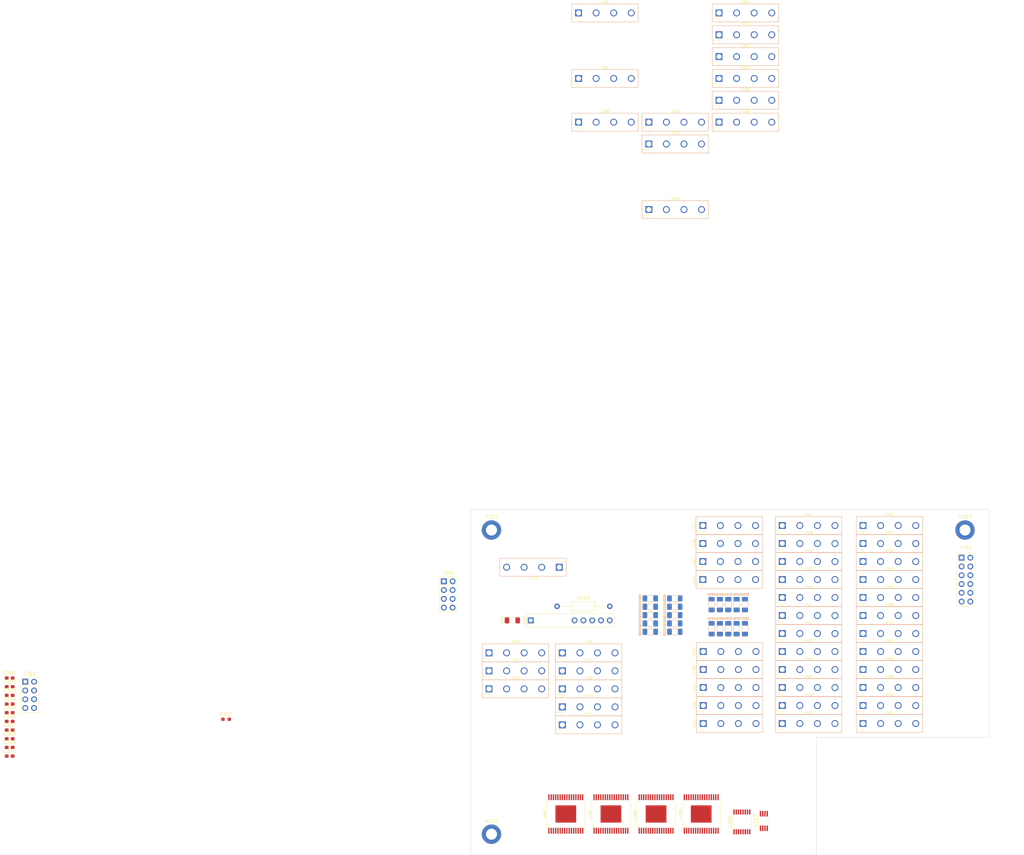
<source format=kicad_pcb>
(kicad_pcb (version 20221018) (generator pcbnew)
  (layers (0 "F.Cu" signal) (1 "In1.Cu" signal) (2 "In2.Cu" signal) (31 "B.Cu" signal) (34 "B.Paste" user) (35 "F.Paste" user) (36 "B.SilkS" user "B.Silkscreen") (37 "F.SilkS" user "F.Silkscreen") (38 "B.Mask" user) (39 "F.Mask" user) (44 "Edge.Cuts" user))
  (net 0 "")
  (net 1 "+3.3V")
  (net 4 "/Control/I2C_SCL")
  (net 5 "/Control/SPI_SCK")
  (net 6 "/Control/I2C_SDA")
  (net 7 "/Control/SPI_MISO")
  (net 8 "/Control/SPI_MOSI")
  (net 9 "/Relays/A")
  (net 10 "/Relays/B")
  (net 11 "/Relays/C")
  (net 12 "/Relays/D")
  (net 13 "/Relays/E")
  (net 14 "/Relays/F")
  (net 15 "/Resisors/OUT_HI")
  (net 16 "Net-(K202-Pad4)")
  (net 17 "/Resisors/SENSE_HI")
  (net 18 "/Control/RSET28")
  (net 19 "Net-(K205-Pad4)")
  (net 20 "/Control/RSET29")
  (net 23 "/Resisors/SENSE_LO")
  (net 24 "GND")
  (net 25 "+5V")
  (net 26 "Net-(K203-Pad4)")
  (net 27 "/Resisors/OUT_LO")
  (net 28 "Net-(K208-Pad4)")
  (net 29 "Net-(K206-Pad1)")
  (net 30 "Net-(K210-Pad4)")
  (net 31 "Net-(K211-Pad1)")
  (net 32 "Net-(K213-Pad1)")
  (net 33 "Net-(K227-Pad1)")
  (net 36 "Net-(K229-Pad1)")
  (net 37 "Net-(K201-Pad1)")
  (net 38 "/Control/RSET0")
  (net 39 "/Control/RSET1")
  (net 40 "/Control/RSET2")
  (net 41 "/Control/RSET3")
  (net 42 "/Control/RSET4")
  (net 43 "/Control/RSET5")
  (net 44 "/Control/SPI_CS0")
  (net 45 "/Control/RSET6")
  (net 46 "/Control/RSET7")
  (net 47 "/Control/RSET14")
  (net 48 "/Control/RSET10")
  (net 49 "/Control/RSET9")
  (net 51 "/Control/RSET12")
  (net 52 "/Control/RSET8")
  (net 53 "/Control/RSET11")
  (net 54 "/Control/RSET15")
  (net 55 "/Control/RSET13")
  (net 56 "/Control/RSET16")
  (net 57 "/Control/RSET17")
  (net 58 "/Control/RSET18")
  (net 59 "/Control/RSET19")
  (net 60 "/Control/RSET20")
  (net 61 "/Control/RSET21")
  (net 62 "/Control/SPI_CS1")
  (net 63 "/Control/RSET22")
  (net 64 "/Control/RSET23")
  (net 65 "/Control/OUT2")
  (net 66 "/Control/RSET26")
  (net 67 "/Control/RSET25")
  (net 69 "/Control/OUT0")
  (net 70 "/Control/RSET24")
  (net 71 "/Control/RSET27")
  (net 72 "/Control/OUT3")
  (net 73 "/Control/OUT1")
  (net 74 "/Control/OUT4")
  (net 75 "/Control/OUT5")
  (net 76 "/Control/OUT6")
  (net 77 "/Control/OUT7")
  (net 78 "/Control/OUT8")
  (net 79 "/Control/OUT9")
  (net 80 "/Control/SPI_CS2")
  (net 81 "/Control/OUT10")
  (net 82 "/Control/OUT11")
  (net 83 "/Control/OUT18")
  (net 84 "/Control/OUT14")
  (net 85 "/Control/OUT13")
  (net 87 "/Control/OUT16")
  (net 88 "/Control/OUT12")
  (net 89 "/Control/OUT15")
  (net 90 "/Control/OUT19")
  (net 91 "/Control/OUT17")
  (net 92 "/Control/OUT20")
  (net 93 "/Control/OUT21")
  (net 94 "/Control/OUT22")
  (net 95 "/Control/OUT23")
  (net 96 "/Control/SPI_CS3")
  (net 106 "Net-(K207-Pad4)")
  (net 107 "Net-(K209-Pad4)")
  (net 108 "Net-(K217-Pad4)")
  (net 109 "Net-(K218-Pad4)")
  (net 110 "/Control/EEPROM_WP")
  (net 114 "Net-(U306-~{RESET})")
  (footprint "ETH1CREF1B:HE360_x-5050462-8" (layer "F.Cu") (at 148.463 -71.998)
    (fp_text reference "K226" (at 0 -3.175) (layer "F.SilkS") (effects (font (size 0.6 0.6) (thickness 0.12))))
    (fp_text value "HE3621A0510")
    (pad "1" thru_hole rect (at -7.62 0) (size 2 2) (drill 1.4) (layers "*.Cu" "*.Mask") (net 37 "Net-(K201-Pad1)"))
    (pad "2" thru_hole circle (at -2.54 0) (size 2 2) (drill 1.4) (layers "*.Cu" "*.Mask") (net 25 "+5V"))
    (pad "3" thru_hole circle (at 2.54 0) (size 2 2) (drill 1.4) (layers "*.Cu" "*.Mask") (net 64 "/Control/RSET23"))
    (pad "4" thru_hole circle (at 7.62 0) (size 2 2) (drill 1.4) (layers "*.Cu" "*.Mask") (net 29 "Net-(K206-Pad1)"))
  )
  (footprint "ETH1CREF1B:HE360_x-5050462-8" (layer "F.Cu") (at 190.119 101.981)
    (fp_text reference "K421" (at 0 -3.175) (layer "F.SilkS") (effects (font (size 0.6 0.6) (thickness 0.12))))
    (fp_text value "HE3621A0510")
    (pad "1" thru_hole rect (at -7.62 0) (size 2 2) (drill 1.4) (layers "*.Cu" "*.Mask") (net 23 "/Resisors/SENSE_LO"))
    (pad "2" thru_hole circle (at -2.54 0) (size 2 2) (drill 1.4) (layers "*.Cu" "*.Mask") (net 25 "+5V"))
    (pad "3" thru_hole circle (at 2.54 0) (size 2 2) (drill 1.4) (layers "*.Cu" "*.Mask") (net 94 "/Control/OUT22"))
    (pad "4" thru_hole circle (at 7.62 0) (size 2 2) (drill 1.4) (layers "*.Cu" "*.Mask") (net 11 "/Relays/C"))
  )
  (footprint "ETH1CREF1B:1776-C681" (layer "F.Cu") (at 97.79 72.136 90)
    (fp_text reference "R206" (at 0 -13.335 90 unlocked) (layer "F.SilkS") (effects (font (size 0.6 0.6) (thickness 0.12) bold)))
    (fp_text value "1776-C681")
    (pad "1" thru_hole rect (at 0 -11.43 90) (size 1.7 1.7) (drill 1) (layers "*.Cu" "*.Mask") (net 19 "Net-(K205-Pad4)"))
    (pad "2" thru_hole circle (at 0 1.27 90) (size 1.7 1.7) (drill 1) (layers "*.Cu" "*.Mask") (net 106 "Net-(K207-Pad4)"))
    (pad "3" thru_hole circle (at 0 3.81 90) (size 1.7 1.7) (drill 1) (layers "*.Cu" "*.Mask") (net 28 "Net-(K208-Pad4)"))
    (pad "4" thru_hole circle (at 0 6.35 90) (size 1.7 1.7) (drill 1) (layers "*.Cu" "*.Mask") (net 107 "Net-(K209-Pad4)"))
    (pad "5" thru_hole circle (at 0 8.89 90) (size 1.7 1.7) (drill 1) (layers "*.Cu" "*.Mask") (net 30 "Net-(K210-Pad4)"))
    (pad "6" thru_hole circle (at 0 11.43 90) (size 1.7 1.7) (drill 1) (layers "*.Cu" "*.Mask") (net 108 "Net-(K217-Pad4)"))
  )
  (footprint "Package_SO:TSSOP-16_4.4x5mm_P0.65mm" (layer "F.Cu") (at 147.447 130.429 90)
    (fp_text reference "U306" (at 0 -3.45 90) (layer "F.SilkS"))
    (fp_text value "PCA9557PW")
    (pad "1" smd roundrect (at -2.8625 -2.275 90) (size 1.475 0.4) (layers "F.Cu" "F.Paste" "F.Mask") (net 4 "/Control/I2C_SCL"))
    (pad "2" smd roundrect (at -2.8625 -1.625 90) (size 1.475 0.4) (layers "F.Cu" "F.Paste" "F.Mask") (net 6 "/Control/I2C_SDA"))
    (pad "3" smd roundrect (at -2.8625 -0.975 90) (size 1.475 0.4) (layers "F.Cu" "F.Paste" "F.Mask") (net 24 "GND"))
    (pad "4" smd roundrect (at -2.8625 -0.325 90) (size 1.475 0.4) (layers "F.Cu" "F.Paste" "F.Mask") (net 24 "GND"))
    (pad "5" smd roundrect (at -2.8625 0.325 90) (size 1.475 0.4) (layers "F.Cu" "F.Paste" "F.Mask") (net 24 "GND"))
    (pad "6" smd roundrect (at -2.8625 0.975 90) (size 1.475 0.4) (layers "F.Cu" "F.Paste" "F.Mask") (net 44 "/Control/SPI_CS0"))
    (pad "7" smd roundrect (at -2.8625 1.625 90) (size 1.475 0.4) (layers "F.Cu" "F.Paste" "F.Mask") (net 62 "/Control/SPI_CS1"))
    (pad "8" smd roundrect (at -2.8625 2.275 90) (size 1.475 0.4) (layers "F.Cu" "F.Paste" "F.Mask") (net 24 "GND"))
    (pad "9" smd roundrect (at 2.8625 2.275 90) (size 1.475 0.4) (layers "F.Cu" "F.Paste" "F.Mask") (net 80 "/Control/SPI_CS2"))
    (pad "10" smd roundrect (at 2.8625 1.625 90) (size 1.475 0.4) (layers "F.Cu" "F.Paste" "F.Mask") (net 96 "/Control/SPI_CS3"))
    (pad "11" smd roundrect (at 2.8625 0.975 90) (size 1.475 0.4) (layers "F.Cu" "F.Paste" "F.Mask") (net 110 "/Control/EEPROM_WP"))
    (pad "12" smd roundrect (at 2.8625 0.325 90) (size 1.475 0.4) (layers "F.Cu" "F.Paste" "F.Mask"))
    (pad "13" smd roundrect (at 2.8625 -0.325 90) (size 1.475 0.4) (layers "F.Cu" "F.Paste" "F.Mask"))
    (pad "14" smd roundrect (at 2.8625 -0.975 90) (size 1.475 0.4) (layers "F.Cu" "F.Paste" "F.Mask"))
    (pad "15" smd roundrect (at 2.8625 -1.625 90) (size 1.475 0.4) (layers "F.Cu" "F.Paste" "F.Mask") (net 114 "Net-(U306-~{RESET})"))
    (pad "16" smd roundrect (at 2.8625 -2.275 90) (size 1.475 0.4) (layers "F.Cu" "F.Paste" "F.Mask") (net 1 "+3.3V"))
  )
  (footprint "ETH1CREF1B:HE360_x-5050462-8" (layer "F.Cu") (at 128.143 -46.718)
    (fp_text reference "K220" (at 0 -3.175) (layer "F.SilkS") (effects (font (size 0.6 0.6) (thickness 0.12))))
    (fp_text value "HE3621A0510")
    (pad "1" thru_hole rect (at -7.62 0) (size 2 2) (drill 1.4) (layers "*.Cu" "*.Mask") (net 106 "Net-(K207-Pad4)"))
    (pad "2" thru_hole circle (at -2.54 0) (size 2 2) (drill 1.4) (layers "*.Cu" "*.Mask") (net 25 "+5V"))
    (pad "3" thru_hole circle (at 2.54 0) (size 2 2) (drill 1.4) (layers "*.Cu" "*.Mask") (net 60 "/Control/RSET20"))
    (pad "4" thru_hole circle (at 7.62 0) (size 2 2) (drill 1.4) (layers "*.Cu" "*.Mask") (net 37 "Net-(K201-Pad1)"))
  )
  (footprint "ETH1CREF1B:HE360_x-5050462-8" (layer "F.Cu") (at 148.463 -84.638)
    (fp_text reference "K224" (at 0 -3.175) (layer "F.SilkS") (effects (font (size 0.6 0.6) (thickness 0.12))))
    (fp_text value "HE3621A0510")
    (pad "1" thru_hole rect (at -7.62 0) (size 2 2) (drill 1.4) (layers "*.Cu" "*.Mask") (net 108 "Net-(K217-Pad4)"))
    (pad "2" thru_hole circle (at -2.54 0) (size 2 2) (drill 1.4) (layers "*.Cu" "*.Mask") (net 25 "+5V"))
    (pad "3" thru_hole circle (at 2.54 0) (size 2 2) (drill 1.4) (layers "*.Cu" "*.Mask") (net 63 "/Control/RSET22"))
    (pad "4" thru_hole circle (at 7.62 0) (size 2 2) (drill 1.4) (layers "*.Cu" "*.Mask") (net 29 "Net-(K206-Pad1)"))
  )
  (footprint "Package_SO:MSOP-8_3x3mm_P0.65mm" (layer "F.Cu") (at 153.797 130.175 90)
    (fp_text reference "U303" (at 0 -2.45 90) (layer "F.SilkS"))
    (fp_text value "24LC08")
    (pad "1" smd roundrect (at -2.1125 -0.975 90) (size 1.625 0.4) (layers "F.Cu" "F.Paste" "F.Mask") (net 24 "GND"))
    (pad "2" smd roundrect (at -2.1125 -0.325 90) (size 1.625 0.4) (layers "F.Cu" "F.Paste" "F.Mask") (net 24 "GND"))
    (pad "3" smd roundrect (at -2.1125 0.325 90) (size 1.625 0.4) (layers "F.Cu" "F.Paste" "F.Mask") (net 24 "GND"))
    (pad "4" smd roundrect (at -2.1125 0.975 90) (size 1.625 0.4) (layers "F.Cu" "F.Paste" "F.Mask") (net 24 "GND"))
    (pad "5" smd roundrect (at 2.1125 0.975 90) (size 1.625 0.4) (layers "F.Cu" "F.Paste" "F.Mask") (net 6 "/Control/I2C_SDA"))
    (pad "6" smd roundrect (at 2.1125 0.325 90) (size 1.625 0.4) (layers "F.Cu" "F.Paste" "F.Mask") (net 4 "/Control/I2C_SCL"))
    (pad "7" smd roundrect (at 2.1125 -0.325 90) (size 1.625 0.4) (layers "F.Cu" "F.Paste" "F.Mask") (net 110 "/Control/EEPROM_WP"))
    (pad "8" smd roundrect (at 2.1125 -0.975 90) (size 1.625 0.4) (layers "F.Cu" "F.Paste" "F.Mask") (net 1 "+3.3V"))
  )
  (footprint "Resistor_SMD:R_1206_3216Metric_Pad1.30x1.75mm_HandSolder" (layer "F.Cu") (at 148.336 74.549 -90)
    (fp_text reference "R242" (at -2.921 0) (layer "F.SilkS") (effects (font (size 0.6 0.6) (thickness 0.12) bold)))
    (fp_text value "CPF1206B1R0E1")
    (pad "1" smd roundrect (at -1.55 0 270) (size 1.3 1.75) (layers "F.Cu" "F.Paste" "F.Mask") (roundrect_rratio 0.192308) (net 33 "Net-(K227-Pad1)"))
    (pad "2" smd roundrect (at 1.55 0 270) (size 1.3 1.75) (layers "F.Cu" "F.Paste" "F.Mask") (roundrect_rratio 0.192308) (net 36 "Net-(K229-Pad1)"))
  )
  (footprint "Resistor_SMD:R_1206_3216Metric_Pad1.30x1.75mm_HandSolder" (layer "F.Cu") (at 145.923 67.564 -90)
    (fp_text reference "R214" (at -2.921 0) (layer "F.SilkS") (effects (font (size 0.6 0.6) (thickness 0.12) bold)))
    (fp_text value "RP73D2B10RBTG")
    (pad "1" smd roundrect (at -1.55 0 270) (size 1.3 1.75) (layers "F.Cu" "F.Paste" "F.Mask") (roundrect_rratio 0.192308) (net 31 "Net-(K211-Pad1)"))
    (pad "2" smd roundrect (at 1.55 0 270) (size 1.3 1.75) (layers "F.Cu" "F.Paste" "F.Mask") (roundrect_rratio 0.192308) (net 32 "Net-(K213-Pad1)"))
  )
  (footprint "ETH1CREF1B:HE360_x-5050462-8" (layer "F.Cu") (at 148.463 -90.958)
    (fp_text reference "K223" (at 0 -3.175) (layer "F.SilkS") (effects (font (size 0.6 0.6) (thickness 0.12))))
    (fp_text value "HE3621A0510")
    (pad "1" thru_hole rect (at -7.62 0) (size 2 2) (drill 1.4) (layers "*.Cu" "*.Mask") (net 30 "Net-(K210-Pad4)"))
    (pad "2" thru_hole circle (at -2.54 0) (size 2 2) (drill 1.4) (layers "*.Cu" "*.Mask") (net 25 "+5V"))
    (pad "3" thru_hole circle (at 2.54 0) (size 2 2) (drill 1.4) (layers "*.Cu" "*.Mask") (net 52 "/Control/RSET8"))
    (pad "4" thru_hole circle (at 7.62 0) (size 2 2) (drill 1.4) (layers "*.Cu" "*.Mask") (net 29 "Net-(K206-Pad1)"))
  )
  (footprint "Capacitor_SMD:C_0603_1608Metric_Pad1.08x0.95mm_HandSolder" (layer "F.Cu") (at -64.373 93.828)
    (fp_text reference "C303" (at 0 -1.43) (layer "F.SilkS"))
    (fp_text value "100n")
    (pad "1" smd roundrect (at -0.8625 0) (size 1.075 0.95) (layers "F.Cu" "F.Paste" "F.Mask") (net 1 "+3.3V"))
    (pad "2" smd roundrect (at 0.8625 0) (size 1.075 0.95) (layers "F.Cu" "F.Paste" "F.Mask") (net 24 "GND"))
  )
  (footprint "ETH1CREF1B:HE360_x-5050462-8" (layer "F.Cu") (at 107.823 -71.998)
    (fp_text reference "K206" (at 0 -3.175) (layer "F.SilkS") (effects (font (size 0.6 0.6) (thickness 0.12))))
    (fp_text value "HE3621A0510")
    (pad "1" thru_hole rect (at -7.62 0) (size 2 2) (drill 1.4) (layers "*.Cu" "*.Mask") (net 29 "Net-(K206-Pad1)"))
    (pad "2" thru_hole circle (at -2.54 0) (size 2 2) (drill 1.4) (layers "*.Cu" "*.Mask") (net 25 "+5V"))
    (pad "3" thru_hole circle (at 2.54 0) (size 2 2) (drill 1.4) (layers "*.Cu" "*.Mask") (net 20 "/Control/RSET29"))
    (pad "4" thru_hole circle (at 7.62 0) (size 2 2) (drill 1.4) (layers "*.Cu" "*.Mask") (net 26 "Net-(K203-Pad4)"))
  )
  (footprint "ETH1CREF1B:HE360_x-5050462-8" (layer "F.Cu") (at 103.124 97.155)
    (fp_text reference "K218" (at 0 -3.175) (layer "F.SilkS") (effects (font (size 0.6 0.6) (thickness 0.12))))
    (fp_text value "HE3621A0510")
    (pad "1" thru_hole rect (at -7.62 0) (size 2 2) (drill 1.4) (layers "*.Cu" "*.Mask") (net 16 "Net-(K202-Pad4)"))
    (pad "2" thru_hole circle (at -2.54 0) (size 2 2) (drill 1.4) (layers "*.Cu" "*.Mask") (net 25 "+5V"))
    (pad "3" thru_hole circle (at 2.54 0) (size 2 2) (drill 1.4) (layers "*.Cu" "*.Mask") (net 58 "/Control/RSET18"))
    (pad "4" thru_hole circle (at 7.62 0) (size 2 2) (drill 1.4) (layers "*.Cu" "*.Mask") (net 109 "Net-(K218-Pad4)"))
  )
  (footprint "ETH1CREF1B:HE360_x-5050462-8" (layer "F.Cu") (at 143.891 101.981)
    (fp_text reference "K214" (at -10.16 0 90) (layer "F.SilkS") (effects (font (size 0.6 0.6) (thickness 0.12))))
    (fp_text value "HE3621A0510")
    (pad "1" thru_hole rect (at -7.62 0) (size 2 2) (drill 1.4) (layers "*.Cu" "*.Mask") (net 32 "Net-(K213-Pad1)"))
    (pad "2" thru_hole circle (at -2.54 0) (size 2 2) (drill 1.4) (layers "*.Cu" "*.Mask") (net 25 "+5V"))
    (pad "3" thru_hole circle (at 2.54 0) (size 2 2) (drill 1.4) (layers "*.Cu" "*.Mask") (net 55 "/Control/RSET13"))
    (pad "4" thru_hole circle (at 7.62 0) (size 2 2) (drill 1.4) (layers "*.Cu" "*.Mask") (net 27 "/Resisors/OUT_LO"))
  )
  (footprint "ETH1CREF1B:HE360_x-5050462-8" (layer "F.Cu") (at 143.891 81.153)
    (fp_text reference "K215" (at -10.287 0 90) (layer "F.SilkS") (effects (font (size 0.6 0.6) (thickness 0.12))))
    (fp_text value "HE3621A0510")
    (pad "1" thru_hole rect (at -7.62 0) (size 2 2) (drill 1.4) (layers "*.Cu" "*.Mask") (net 26 "Net-(K203-Pad4)"))
    (pad "2" thru_hole circle (at -2.54 0) (size 2 2) (drill 1.4) (layers "*.Cu" "*.Mask") (net 25 "+5V"))
    (pad "3" thru_hole circle (at 2.54 0) (size 2 2) (drill 1.4) (layers "*.Cu" "*.Mask") (net 43 "/Control/RSET5"))
    (pad "4" thru_hole circle (at 7.62 0) (size 2 2) (drill 1.4) (layers "*.Cu" "*.Mask") (net 23 "/Resisors/SENSE_LO"))
  )
  (footprint "Resistor_SMD:R_1206_3216Metric_Pad1.30x1.75mm_HandSolder" (layer "F.Cu") (at 128.042 75.438)
    (fp_text reference "R208" (at -2.921 0 90) (layer "F.SilkS") (effects (font (size 0.6 0.6) (thickness 0.12) bold)))
    (fp_text value "APC1206T100RZ")
    (pad "1" smd roundrect (at -1.55 0) (size 1.3 1.75) (layers "F.Cu" "F.Paste" "F.Mask") (roundrect_rratio 0.192308) (net 109 "Net-(K218-Pad4)"))
    (pad "2" smd roundrect (at 1.55 0) (size 1.3 1.75) (layers "F.Cu" "F.Paste" "F.Mask") (roundrect_rratio 0.192308) (net 26 "Net-(K203-Pad4)"))
  )
  (footprint "Resistor_SMD:R_1206_3216Metric_Pad1.30x1.75mm_HandSolder" (layer "F.Cu") (at 120.93 65.786)
    (fp_text reference "R222" (at -2.921 0 90) (layer "F.SilkS") (effects (font (size 0.6 0.6) (thickness 0.12) bold)))
    (fp_text value "RT1206CRE07900")
    (pad "1" smd roundrect (at -1.55 0) (size 1.3 1.75) (layers "F.Cu" "F.Paste" "F.Mask") (roundrect_rratio 0.192308) (net 108 "Net-(K217-Pad4)"))
    (pad "2" smd roundrect (at 1.55 0) (size 1.3 1.75) (layers "F.Cu" "F.Paste" "F.Mask") (roundrect_rratio 0.192308) (net 109 "Net-(K218-Pad4)"))
  )
  (footprint "Resistor_SMD:R_1206_3216Metric_Pad1.30x1.75mm_HandSolder" (layer "F.Cu") (at 128.042 73.025)
    (fp_text reference "R213" (at -2.921 0 90) (layer "F.SilkS") (effects (font (size 0.6 0.6) (thickness 0.12) bold)))
    (fp_text value "APC1206T100RZ")
    (pad "1" smd roundrect (at -1.55 0) (size 1.3 1.75) (layers "F.Cu" "F.Paste" "F.Mask") (roundrect_rratio 0.192308) (net 109 "Net-(K218-Pad4)"))
    (pad "2" smd roundrect (at 1.55 0) (size 1.3 1.75) (layers "F.Cu" "F.Paste" "F.Mask") (roundrect_rratio 0.192308) (net 26 "Net-(K203-Pad4)"))
  )
  (footprint "ETH1CREF1B:HE360_x-5050462-8" (layer "F.Cu") (at 166.751 101.981)
    (fp_text reference "K424" (at 0 -3.175) (layer "F.SilkS") (effects (font (size 0.6 0.6) (thickness 0.12))))
    (fp_text value "HE3621A0510")
    (pad "1" thru_hole rect (at -7.62 0) (size 2 2) (drill 1.4) (layers "*.Cu" "*.Mask") (net 23 "/Resisors/SENSE_LO"))
    (pad "2" thru_hole circle (at -2.54 0) (size 2 2) (drill 1.4) (layers "*.Cu" "*.Mask") (net 25 "+5V"))
    (pad "3" thru_hole circle (at 2.54 0) (size 2 2) (drill 1.4) (layers "*.Cu" "*.Mask") (net 95 "/Control/OUT23"))
    (pad "4" thru_hole circle (at 7.62 0) (size 2 2) (drill 1.4) (layers "*.Cu" "*.Mask") (net 14 "/Relays/F"))
  )
  (footprint "Connector_PinHeader_2.54mm:PinHeader_2x06_P2.54mm_Vertical" (layer "F.Cu") (at 211 54)
    (fp_text reference "J401" (at 1.199 -3) (layer "F.SilkS"))
    (fp_text value "Conn_02x06_Odd_Even")
    (pad "1" thru_hole rect (at 0 0) (size 1.7 1.7) (drill 1) (layers "*.Cu" "*.Mask") (net 9 "/Relays/A"))
    (pad "2" thru_hole oval (at 2.54 0) (size 1.7 1.7) (drill 1) (layers "*.Cu" "*.Mask") (net 9 "/Relays/A"))
    (pad "3" thru_hole oval (at 0 2.54) (size 1.7 1.7) (drill 1) (layers "*.Cu" "*.Mask") (net 10 "/Relays/B"))
    (pad "4" thru_hole oval (at 2.54 2.54) (size 1.7 1.7) (drill 1) (layers "*.Cu" "*.Mask") (net 10 "/Relays/B"))
    (pad "5" thru_hole oval (at 0 5.08) (size 1.7 1.7) (drill 1) (layers "*.Cu" "*.Mask") (net 11 "/Relays/C"))
    (pad "6" thru_hole oval (at 2.54 5.08) (size 1.7 1.7) (drill 1) (layers "*.Cu" "*.Mask") (net 11 "/Relays/C"))
    (pad "7" thru_hole oval (at 0 7.62) (size 1.7 1.7) (drill 1) (layers "*.Cu" "*.Mask") (net 12 "/Relays/D"))
    (pad "8" thru_hole oval (at 2.54 7.62) (size 1.7 1.7) (drill 1) (layers "*.Cu" "*.Mask") (net 12 "/Relays/D"))
    (pad "9" thru_hole oval (at 0 10.16) (size 1.7 1.7) (drill 1) (layers "*.Cu" "*.Mask") (net 13 "/Relays/E"))
    (pad "10" thru_hole oval (at 2.54 10.16) (size 1.7 1.7) (drill 1) (layers "*.Cu" "*.Mask") (net 13 "/Relays/E"))
    (pad "11" thru_hole oval (at 0 12.7) (size 1.7 1.7) (drill 1) (layers "*.Cu" "*.Mask") (net 14 "/Relays/F"))
    (pad "12" thru_hole oval (at 2.54 12.7) (size 1.7 1.7) (drill 1) (layers "*.Cu" "*.Mask") (net 14 "/Relays/F"))
  )
  (footprint "Resistor_THT:R_Axial_DIN0207_L6.3mm_D2.5mm_P15.24mm_Horizontal" (layer "F.Cu") (at 93.98 68.072)
    (fp_text reference "R209" (at 7.62 -2.37) (layer "F.SilkS"))
    (fp_text value "PTF569K0000BYBF")
    (pad "1" thru_hole circle (at 0 0) (size 1.6 1.6) (drill 0.8) (layers "*.Cu" "*.Mask") (net 30 "Net-(K210-Pad4)"))
    (pad "2" thru_hole oval (at 15.24 0) (size 1.6 1.6) (drill 0.8) (layers "*.Cu" "*.Mask") (net 108 "Net-(K217-Pad4)"))
  )
  (footprint "Capacitor_SMD:C_0603_1608Metric_Pad1.08x0.95mm_HandSolder" (layer "F.Cu") (at -64.373 96.338)
    (fp_text reference "C304" (at 0 -1.43) (layer "F.SilkS"))
    (fp_text value "100n")
    (pad "1" smd roundrect (at -0.8625 0) (size 1.075 0.95) (layers "F.Cu" "F.Paste" "F.Mask") (net 25 "+5V"))
    (pad "2" smd roundrect (at 0.8625 0) (size 1.075 0.95) (layers "F.Cu" "F.Paste" "F.Mask") (net 24 "GND"))
  )
  (footprint "ETH1CREF1B:HSOP-32-1EP_7.5x11.0mm_P0.65mm_ThermalVias" (layer "F.Cu") (at 96.501 128.15 90)
    (fp_text reference "U301" (at 0 -6.096 90) (layer "F.SilkS") (effects (font (size 0.6 0.6) (thickness 0.12))))
    (fp_text value "MCZ33996")
    (pad "1" smd rect (at -4.85 -4.875 90) (size 1.7 0.38) (layers "F.Cu" "F.Paste" "F.Mask") (net 38 "/Control/RSET0"))
    (pad "2" smd rect (at -4.85 -4.225 90) (size 1.7 0.38) (layers "F.Cu" "F.Paste" "F.Mask") (net 39 "/Control/RSET1"))
    (pad "3" smd rect (at -4.85 -3.575 90) (size 1.7 0.38) (layers "F.Cu" "F.Paste" "F.Mask") (net 1 "+3.3V"))
    (pad "4" smd rect (at -4.85 -2.925 90) (size 1.7 0.38) (layers "F.Cu" "F.Paste" "F.Mask") (net 40 "/Control/RSET2"))
    (pad "5" smd rect (at -4.85 -2.275 90) (size 1.7 0.38) (layers "F.Cu" "F.Paste" "F.Mask") (net 41 "/Control/RSET3"))
    (pad "6" smd rect (at -4.85 -1.625 90) (size 1.7 0.38) (layers "F.Cu" "F.Paste" "F.Mask") (net 25 "+5V"))
    (pad "7" smd rect (at -4.85 -0.975 90) (size 1.7 0.38) (layers "F.Cu" "F.Paste" "F.Mask") (net 24 "GND"))
    (pad "8" smd rect (at -4.85 -0.325 90) (size 1.7 0.38) (layers "F.Cu" "F.Paste" "F.Mask") (net 24 "GND"))
    (pad "9" smd rect (at -4.85 0.325 90) (size 1.7 0.38) (layers "F.Cu" "F.Paste" "F.Mask") (net 24 "GND"))
    (pad "10" smd rect (at -4.85 0.975 90) (size 1.7 0.38) (layers "F.Cu" "F.Paste" "F.Mask") (net 24 "GND"))
    (pad "11" smd rect (at -4.85 1.625 90) (size 1.7 0.38) (layers "F.Cu" "F.Paste" "F.Mask") (net 5 "/Control/SPI_SCK"))
    (pad "12" smd rect (at -4.85 2.275 90) (size 1.7 0.38) (layers "F.Cu" "F.Paste" "F.Mask") (net 42 "/Control/RSET4"))
    (pad "13" smd rect (at -4.85 2.925 90) (size 1.7 0.38) (layers "F.Cu" "F.Paste" "F.Mask") (net 43 "/Control/RSET5"))
    (pad "14" smd rect (at -4.85 3.575 90) (size 1.7 0.38) (layers "F.Cu" "F.Paste" "F.Mask") (net 44 "/Control/SPI_CS0"))
    (pad "15" smd rect (at -4.85 4.225 90) (size 1.7 0.38) (layers "F.Cu" "F.Paste" "F.Mask") (net 45 "/Control/RSET6"))
    (pad "16" smd rect (at -4.85 4.875 90) (size 1.7 0.38) (layers "F.Cu" "F.Paste" "F.Mask") (net 46 "/Control/RSET7"))
    (pad "17" smd rect (at 4.85 4.875 90) (size 1.7 0.38) (layers "F.Cu" "F.Paste" "F.Mask") (net 52 "/Control/RSET8"))
    (pad "18" smd rect (at 4.85 4.225 90) (size 1.7 0.38) (layers "F.Cu" "F.Paste" "F.Mask") (net 49 "/Control/RSET9"))
    (pad "19" smd rect (at 4.85 3.575 90) (size 1.7 0.38) (layers "F.Cu" "F.Paste" "F.Mask") (net 8 "/Control/SPI_MOSI"))
    (pad "20" smd rect (at 4.85 2.925 90) (size 1.7 0.38) (layers "F.Cu" "F.Paste" "F.Mask") (net 48 "/Control/RSET10"))
    (pad "21" smd rect (at 4.85 2.275 90) (size 1.7 0.38) (layers "F.Cu" "F.Paste" "F.Mask") (net 53 "/Control/RSET11"))
    (pad "22" smd rect (at 4.85 1.625 90) (size 1.7 0.38) (layers "F.Cu" "F.Paste" "F.Mask") (net 7 "/Control/SPI_MISO"))
    (pad "23" smd rect (at 4.85 0.975 90) (size 1.7 0.38) (layers "F.Cu" "F.Paste" "F.Mask") (net 24 "GND"))
    (pad "24" smd rect (at 4.85 0.325 90) (size 1.7 0.38) (layers "F.Cu" "F.Paste" "F.Mask") (net 24 "GND"))
    (pad "25" smd rect (at 4.85 -0.325 90) (size 1.7 0.38) (layers "F.Cu" "F.Paste" "F.Mask") (net 24 "GND"))
    (pad "26" smd rect (at 4.85 -0.975 90) (size 1.7 0.38) (layers "F.Cu" "F.Paste" "F.Mask") (net 24 "GND"))
    (pad "27" smd rect (at 4.85 -1.625 90) (size 1.7 0.38) (layers "F.Cu" "F.Paste" "F.Mask") (net 1 "+3.3V"))
    (pad "28" smd rect (at 4.85 -2.275 90) (size 1.7 0.38) (layers "F.Cu" "F.Paste" "F.Mask") (net 51 "/Control/RSET12"))
    (pad "29" smd rect (at 4.85 -2.925 90) (size 1.7 0.38) (layers "F.Cu" "F.Paste" "F.Mask") (net 55 "/Control/RSET13"))
    (pad "30" smd rect (at 4.85 -3.575 90) (size 1.7 0.38) (layers "F.Cu" "F.Paste" "F.Mask"))
    (pad "31" smd rect (at 4.85 -4.225 90) (size 1.7 0.38) (layers "F.Cu" "F.Paste" "F.Mask") (net 47 "/Control/RSET14"))
    (pad "32" smd rect (at 4.85 -4.875 90) (size 1.7 0.38) (layers "F.Cu" "F.Paste" "F.Mask") (net 54 "/Control/RSET15"))
    (pad "33" smd rect (at 0 0 90) (size 5 6) (layers "F.Cu" "F.Paste" "F.Mask") (net 24 "GND"))
  )
  (footprint "ETH1CREF1B:HE360_x-5050462-8" (layer "F.Cu") (at 166.751 55.118)
    (fp_text reference "K416" (at 0 -3.175) (layer "F.SilkS") (effects (font (size 0.6 0.6) (thickness 0.12))))
    (fp_text value "HE3621A0510")
    (pad "1" thru_hole rect (at -7.62 0) (size 2 2) (drill 1.4) (layers "*.Cu" "*.Mask") (net 27 "/Resisors/OUT_LO"))
    (pad "2" thru_hole circle (at -2.54 0) (size 2 2) (drill 1.4) (layers "*.Cu" "*.Mask") (net 25 "+5V"))
    (pad "3" thru_hole circle (at 2.54 0) (size 2 2) (drill 1.4) (layers "*.Cu" "*.Mask") (net 75 "/Control/OUT5"))
    (pad "4" thru_hole circle (at 7.62 0) (size 2 2) (drill 1.4) (layers "*.Cu" "*.Mask") (net 12 "/Relays/D"))
  )
  (footprint "Resistor_SMD:R_1206_3216Metric_Pad1.30x1.75mm_HandSolder" (layer "F.Cu") (at 81.026 72.136)
    (fp_text reference "R205" (at -2.921 0 90) (layer "F.SilkS") (effects (font (size 0.6 0.6) (thickness 0.12) bold)))
    (fp_text value "HVCB1206BDE100M")
    (pad "1" smd roundrect (at -1.55 0) (size 1.3 1.75) (layers "F.Cu" "F.Paste" "F.Mask") (roundrect_rratio 0.192308) (net 37 "Net-(K201-Pad1)"))
    (pad "2" smd roundrect (at 1.55 0) (size 1.3 1.75) (layers "F.Cu" "F.Paste" "F.Mask") (roundrect_rratio 0.192308) (net 19 "Net-(K205-Pad4)"))
  )
  (footprint "ETH1CREF1B:HE360_x-5050462-8" (layer "F.Cu") (at 166.751 96.774)
    (fp_text reference "K418" (at 0 -3.175) (layer "F.SilkS") (effects (font (size 0.6 0.6) (thickness 0.12))))
    (fp_text value "HE3621A0510")
    (pad "1" thru_hole rect (at -7.62 0) (size 2 2) (drill 1.4) (layers "*.Cu" "*.Mask") (net 27 "/Resisors/OUT_LO"))
    (pad "2" thru_hole circle (at -2.54 0) (size 2 2) (drill 1.4) (layers "*.Cu" "*.Mask") (net 25 "+5V"))
    (pad "3" thru_hole circle (at 2.54 0) (size 2 2) (drill 1.4) (layers "*.Cu" "*.Mask") (net 93 "/Control/OUT21"))
    (pad "4" thru_hole circle (at 7.62 0) (size 2 2) (drill 1.4) (layers "*.Cu" "*.Mask") (net 14 "/Relays/F"))
  )
  (footprint "Resistor_SMD:R_0603_1608Metric_Pad0.98x0.95mm_HandSolder" (layer "F.Cu") (at -1.766 100.738)
    (fp_text reference "R301" (at 0 -1.43) (layer "F.SilkS"))
    (fp_text value "10k")
    (pad "1" smd roundrect (at -0.9125 0) (size 0.975 0.95) (layers "F.Cu" "F.Paste" "F.Mask") (net 1 "+3.3V"))
    (pad "2" smd roundrect (at 0.9125 0) (size 0.975 0.95) (layers "F.Cu" "F.Paste" "F.Mask") (net 114 "Net-(U306-~{RESET})"))
  )
  (footprint "Capacitor_SMD:C_0603_1608Metric_Pad1.08x0.95mm_HandSolder" (layer "F.Cu") (at -64.373 108.888)
    (fp_text reference "C309" (at 0 -1.43) (layer "F.SilkS"))
    (fp_text value "100n")
    (pad "1" smd roundrect (at -0.8625 0) (size 1.075 0.95) (layers "F.Cu" "F.Paste" "F.Mask") (net 1 "+3.3V"))
    (pad "2" smd roundrect (at 0.8625 0) (size 1.075 0.95) (layers "F.Cu" "F.Paste" "F.Mask") (net 24 "GND"))
  )
  (footprint "ETH1CREF1B:HSOP-32-1EP_7.5x11.0mm_P0.65mm_ThermalVias" (layer "F.Cu") (at 135.675 128.15 90)
    (fp_text reference "U305" (at 0 -6.096 90) (layer "F.SilkS") (effects (font (size 0.6 0.6) (thickness 0.12))))
    (fp_text value "MCZ33996")
    (pad "1" smd rect (at -4.85 -4.875 90) (size 1.7 0.38) (layers "F.Cu" "F.Paste" "F.Mask") (net 87 "/Control/OUT16"))
    (pad "2" smd rect (at -4.85 -4.225 90) (size 1.7 0.38) (layers "F.Cu" "F.Paste" "F.Mask") (net 91 "/Control/OUT17"))
    (pad "3" smd rect (at -4.85 -3.575 90) (size 1.7 0.38) (layers "F.Cu" "F.Paste" "F.Mask") (net 1 "+3.3V"))
    (pad "4" smd rect (at -4.85 -2.925 90) (size 1.7 0.38) (layers "F.Cu" "F.Paste" "F.Mask") (net 83 "/Control/OUT18"))
    (pad "5" smd rect (at -4.85 -2.275 90) (size 1.7 0.38) (layers "F.Cu" "F.Paste" "F.Mask") (net 90 "/Control/OUT19"))
    (pad "6" smd rect (at -4.85 -1.625 90) (size 1.7 0.38) (layers "F.Cu" "F.Paste" "F.Mask") (net 25 "+5V"))
    (pad "7" smd rect (at -4.85 -0.975 90) (size 1.7 0.38) (layers "F.Cu" "F.Paste" "F.Mask") (net 24 "GND"))
    (pad "8" smd rect (at -4.85 -0.325 90) (size 1.7 0.38) (layers "F.Cu" "F.Paste" "F.Mask") (net 24 "GND"))
    (pad "9" smd rect (at -4.85 0.325 90) (size 1.7 0.38) (layers "F.Cu" "F.Paste" "F.Mask") (net 24 "GND"))
    (pad "10" smd rect (at -4.85 0.975 90) (size 1.7 0.38) (layers "F.Cu" "F.Paste" "F.Mask") (net 24 "GND"))
    (pad "11" smd rect (at -4.85 1.625 90) (size 1.7 0.38) (layers "F.Cu" "F.Paste" "F.Mask") (net 5 "/Control/SPI_SCK"))
    (pad "12" smd rect (at -4.85 2.275 90) (size 1.7 0.38) (layers "F.Cu" "F.Paste" "F.Mask") (net 92 "/Control/OUT20"))
    (pad "13" smd rect (at -4.85 2.925 90) (size 1.7 0.38) (layers "F.Cu" "F.Paste" "F.Mask") (net 93 "/Control/OUT21"))
    (pad "14" smd rect (at -4.85 3.575 90) (size 1.7 0.38) (layers "F.Cu" "F.Paste" "F.Mask") (net 96 "/Control/SPI_CS3"))
    (pad "15" smd rect (at -4.85 4.225 90) (size 1.7 0.38) (layers "F.Cu" "F.Paste" "F.Mask") (net 94 "/Control/OUT22"))
    (pad "16" smd rect (at -4.85 4.875 90) (size 1.7 0.38) (layers "F.Cu" "F.Paste" "F.Mask") (net 95 "/Control/OUT23"))
    (pad "17" smd rect (at 4.85 4.875 90) (size 1.7 0.38) (layers "F.Cu" "F.Paste" "F.Mask"))
    (pad "18" smd rect (at 4.85 4.225 90) (size 1.7 0.38) (layers "F.Cu" "F.Paste" "F.Mask"))
    (pad "19" smd rect (at 4.85 3.575 90) (size 1.7 0.38) (layers "F.Cu" "F.Paste" "F.Mask") (net 8 "/Control/SPI_MOSI"))
    (pad "20" smd rect (at 4.85 2.925 90) (size 1.7 0.38) (layers "F.Cu" "F.Paste" "F.Mask"))
    (pad "21" smd rect (at 4.85 2.275 90) (size 1.7 0.38) (layers "F.Cu" "F.Paste" "F.Mask"))
    (pad "22" smd rect (at 4.85 1.625 90) (size 1.7 0.38) (layers "F.Cu" "F.Paste" "F.Mask") (net 7 "/Control/SPI_MISO"))
    (pad "23" smd rect (at 4.85 0.975 90) (size 1.7 0.38) (layers "F.Cu" "F.Paste" "F.Mask") (net 24 "GND"))
    (pad "24" smd rect (at 4.85 0.325 90) (size 1.7 0.38) (layers "F.Cu" "F.Paste" "F.Mask") (net 24 "GND"))
    (pad "25" smd rect (at 4.85 -0.325 90) (size 1.7 0.38) (layers "F.Cu" "F.Paste" "F.Mask") (net 24 "GND"))
    (pad "26" smd rect (at 4.85 -0.975 90) (size 1.7 0.38) (layers "F.Cu" "F.Paste" "F.Mask") (net 24 "GND"))
    (pad "27" smd rect (at 4.85 -1.625 90) (size 1.7 0.38) (layers "F.Cu" "F.Paste" "F.Mask") (net 1 "+3.3V"))
    (pad "28" smd rect (at 4.85 -2.275 90) (size 1.7 0.38) (layers "F.Cu" "F.Paste" "F.Mask"))
    (pad "29" smd rect (at 4.85 -2.925 90) (size 1.7 0.38) (layers "F.Cu" "F.Paste" "F.Mask"))
    (pad "30" smd rect (at 4.85 -3.575 90) (size 1.7 0.38) (layers "F.Cu" "F.Paste" "F.Mask"))
    (pad "31" smd rect (at 4.85 -4.225 90) (size 1.7 0.38) (layers "F.Cu" "F.Paste" "F.Mask"))
    (pad "32" smd rect (at 4.85 -4.875 90) (size 1.7 0.38) (layers "F.Cu" "F.Paste" "F.Mask"))
    (pad "33" smd rect (at 0 0 90) (size 5 6) (layers "F.Cu" "F.Paste" "F.Mask") (net 24 "GND"))
  )
  (footprint "ETH1CREF1B:HE360_x-5050462-8" (layer "F.Cu") (at 107.823 -103.598)
    (fp_text reference "K201" (at 0 -3.175) (layer "F.SilkS") (effects (font (size 0.6 0.6) (thickness 0.12))))
    (fp_text value "HE3621A0510")
    (pad "1" thru_hole rect (at -7.62 0) (size 2 2) (drill 1.4) (layers "*.Cu" "*.Mask") (net 37 "Net-(K201-Pad1)"))
    (pad "2" thru_hole circle (at -2.54 0) (size 2 2) (drill 1.4) (layers "*.Cu" "*.Mask") (net 25 "+5V"))
    (pad "3" thru_hole circle (at 2.54 0) (size 2 2) (drill 1.4) (layers "*.Cu" "*.Mask") (net 38 "/Control/RSET0"))
    (pad "4" thru_hole circle (at 7.62 0) (size 2 2) (drill 1.4) (layers "*.Cu" "*.Mask") (net 17 "/Resisors/SENSE_HI"))
  )
  (footprint "ETH1CREF1B:HE360_x-5050462-8" (layer "F.Cu") (at 81.915 81.534)
    (fp_text reference "K205" (at 0 -3.175) (layer "F.SilkS") (effects (font (size 0.6 0.6) (thickness 0.12))))
    (fp_text value "HE3621A0510")
    (pad "1" thru_hole rect (at -7.62 0) (size 2 2) (drill 1.4) (layers "*.Cu" "*.Mask") (net 37 "Net-(K201-Pad1)"))
    (pad "2" thru_hole circle (at -2.54 0) (size 2 2) (drill 1.4) (layers "*.Cu" "*.Mask") (net 25 "+5V"))
    (pad "3" thru_hole circle (at 2.54 0) (size 2 2) (drill 1.4) (layers "*.Cu" "*.Mask") (net 54 "/Control/RSET15"))
    (pad "4" thru_hole circle (at 7.62 0) (size 2 2) (drill 1.4) (layers "*.Cu" "*.Mask") (net 19 "Net-(K205-Pad4)"))
  )
  (footprint "Resistor_SMD:R_1206_3216Metric_Pad1.30x1.75mm_HandSolder" (layer "F.Cu") (at 120.93 68.199)
    (fp_text reference "R220" (at -2.921 0 90) (layer "F.SilkS") (effects (font (size 0.6 0.6) (thickness 0.12) bold)))
    (fp_text value "RT1206CRE07900")
    (pad "1" smd roundrect (at -1.55 0) (size 1.3 1.75) (layers "F.Cu" "F.Paste" "F.Mask") (roundrect_rratio 0.192308) (net 108 "Net-(K217-Pad4)"))
    (pad "2" smd roundrect (at 1.55 0) (size 1.3 1.75) (layers "F.Cu" "F.Paste" "F.Mask") (roundrect_rratio 0.192308) (net 109 "Net-(K218-Pad4)"))
  )
  (footprint "ETH1CREF1B:HE360_x-5050462-8" (layer "F.Cu") (at 166.751 49.911)
    (fp_text reference "K410" (at 0 -3.175) (layer "F.SilkS") (effects (font (size 0.6 0.6) (thickness 0.12))))
    (fp_text value "HE3621A0510")
    (pad "1" thru_hole rect (at -7.62 0) (size 2 2) (drill 1.4) (layers "*.Cu" "*.Mask") (net 17 "/Resisors/SENSE_HI"))
    (pad "2" thru_hole circle (at -2.54 0) (size 2 2) (drill 1.4) (layers "*.Cu" "*.Mask") (net 25 "+5V"))
    (pad "3" thru_hole circle (at 2.54 0) (size 2 2) (drill 1.4) (layers "*.Cu" "*.Mask") (net 72 "/Control/OUT3"))
    (pad "4" thru_hole circle (at 7.62 0) (size 2 2) (drill 1.4) (layers "*.Cu" "*.Mask") (net 12 "/Relays/D"))
  )
  (footprint "ETH1CREF1B:HE360_x-5050462-8" (layer "F.Cu") (at 128.143 -71.998)
    (fp_text reference "K216" (at 0 -3.175) (layer "F.SilkS") (effects (font (size 0.6 0.6) (thickness 0.12))))
    (fp_text value "HE3621A0510")
    (pad "1" thru_hole rect (at -7.62 0) (size 2 2) (drill 1.4) (layers "*.Cu" "*.Mask") (net 26 "Net-(K203-Pad4)"))
    (pad "2" thru_hole circle (at -2.54 0) (size 2 2) (drill 1.4) (layers "*.Cu" "*.Mask") (net 25 "+5V"))
    (pad "3" thru_hole circle (at 2.54 0) (size 2 2) (drill 1.4) (layers "*.Cu" "*.Mask") (net 59 "/Control/RSET19"))
    (pad "4" thru_hole circle (at 7.62 0) (size 2 2) (drill 1.4) (layers "*.Cu" "*.Mask") (net 27 "/Resisors/OUT_LO"))
  )
  (footprint "ETH1CREF1B:HE360_x-5050462-8" (layer "F.Cu") (at 166.751 86.36)
    (fp_text reference "K406" (at 0 -3.175) (layer "F.SilkS") (effects (font (size 0.6 0.6) (thickness 0.12))))
    (fp_text value "HE3621A0510")
    (pad "1" thru_hole rect (at -7.62 0) (size 2 2) (drill 1.4) (layers "*.Cu" "*.Mask") (net 15 "/Resisors/OUT_HI"))
    (pad "2" thru_hole circle (at -2.54 0) (size 2 2) (drill 1.4) (layers "*.Cu" "*.Mask") (net 25 "+5V"))
    (pad "3" thru_hole circle (at 2.54 0) (size 2 2) (drill 1.4) (layers "*.Cu" "*.Mask") (net 91 "/Control/OUT17"))
    (pad "4" thru_hole circle (at 7.62 0) (size 2 2) (drill 1.4) (layers "*.Cu" "*.Mask") (net 14 "/Relays/F"))
  )
  (footprint "ETH1CREF1B:HE360_x-5050462-8" (layer "F.Cu") (at 166.751 44.704)
    (fp_text reference "K404" (at 0 -3.175) (layer "F.SilkS") (effects (font (size 0.6 0.6) (thickness 0.12))))
    (fp_text value "HE3621A0510")
    (pad "1" thru_hole rect (at -7.62 0) (size 2 2) (drill 1.4) (layers "*.Cu" "*.Mask") (net 15 "/Resisors/OUT_HI"))
    (pad "2" thru_hole circle (at -2.54 0) (size 2 2) (drill 1.4) (layers "*.Cu" "*.Mask") (net 25 "+5V"))
    (pad "3" thru_hole circle (at 2.54 0) (size 2 2) (drill 1.4) (layers "*.Cu" "*.Mask") (net 73 "/Control/OUT1"))
    (pad "4" thru_hole circle (at 7.62 0) (size 2 2) (drill 1.4) (layers "*.Cu" "*.Mask") (net 12 "/Relays/D"))
  )
  (footprint "MountingHole:MountingHole_3.2mm_M3_DIN965_Pad_TopBottom" (layer "F.Cu") (at 75 46)
    (fp_text reference "H101" (at 0 -3.8) (layer "F.SilkS"))
    (fp_text value "MountingHole")
    (pad "1" thru_hole circle (at 0 0) (size 3.6 3.6) (drill 3.2) (layers "*.Cu" "*.Mask"))
    (pad "1" connect circle (at 0 0) (size 5.6 5.6) (layers "F.Cu" "F.Mask"))
    (pad "1" connect circle (at 0 0) (size 5.6 5.6) (layers "B.Cu" "B.Mask"))
  )
  (footprint "ETH1CREF1B:HE360_x-5050462-8" (layer "F.Cu") (at 103.124 81.534)
    (fp_text reference "K209" (at 0 -3.175) (layer "F.SilkS") (effects (font (size 0.6 0.6) (thickness 0.12))))
    (fp_text value "HE3621A0510")
    (pad "1" thru_hole rect (at -7.62 0) (size 2 2) (drill 1.4) (layers "*.Cu" "*.Mask") (net 16 "Net-(K202-Pad4)"))
    (pad "2" thru_hole circle (at -2.54 0) (size 2 2) (drill 1.4) (layers "*.Cu" "*.Mask") (net 25 "+5V"))
    (pad "3" thru_hole circle (at 2.54 0) (size 2 2) (drill 1.4) (layers "*.Cu" "*.Mask") (net 41 "/Control/RSET3"))
    (pad "4" thru_hole circle (at 7.62 0) (size 2 2) (drill 1.4) (layers "*.Cu" "*.Mask") (net 107 "Net-(K209-Pad4)"))
  )
  (footprint "MountingHole:MountingHole_3.2mm_M3_DIN965_Pad_TopBottom" (layer "F.Cu") (at 212 46)
    (fp_text reference "H103" (at 0 -3.8) (layer "F.SilkS"))
    (fp_text value "MountingHole")
    (pad "1" thru_hole circle (at 0 0) (size 3.6 3.6) (drill 3.2) (layers "*.Cu" "*.Mask"))
    (pad "1" connect circle (at 0 0) (size 5.6 5.6) (layers "F.Cu" "F.Mask"))
    (pad "1" connect circle (at 0 0) (size 5.6 5.6) (layers "B.Cu" "B.Mask"))
  )
  (footprint "Connector_PinHeader_2.54mm:PinHeader_2x04_P2.54mm_Vertical" (layer "F.Cu") (at -59.873 89.878)
    (fp_text reference "J302" (at 1.27 -2.33) (layer "F.SilkS"))
    (fp_text value "Conn_02x04_Odd_Even")
    (pad "1" thru_hole rect (at 0 0) (size 1.7 1.7) (drill 1) (layers "*.Cu" "*.Mask") (net 4 "/Control/I2C_SCL"))
    (pad "2" thru_hole oval (at 2.54 0) (size 1.7 1.7) (drill 1) (layers "*.Cu" "*.Mask") (net 5 "/Control/SPI_SCK"))
    (pad "3" thru_hole oval (at 0 2.54) (size 1.7 1.7) (drill 1) (layers "*.Cu" "*.Mask") (net 6 "/Control/I2C_SDA"))
    (pad "4" thru_hole oval (at 2.54 2.54) (size 1.7 1.7) (drill 1) (layers "*.Cu" "*.Mask") (net 7 "/Control/SPI_MISO"))
    (pad "5" thru_hole oval (at 0 5.08) (size 1.7 1.7) (drill 1) (layers "*.Cu" "*.Mask") (net 24 "GND"))
    (pad "6" thru_hole oval (at 2.54 5.08) (size 1.7 1.7) (drill 1) (layers "*.Cu" "*.Mask") (net 8 "/Control/SPI_MOSI"))
    (pad "7" thru_hole oval (at 0 7.62) (size 1.7 1.7) (drill 1) (layers "*.Cu" "*.Mask") (net 24 "GND"))
    (pad "8" thru_hole oval (at 2.54 7.62) (size 1.7 1.7) (drill 1) (layers "*.Cu" "*.Mask") (net 24 "GND"))
  )
  (footprint "ETH1CREF1B:HE360_x-5050462-8" (layer "F.Cu") (at 103.124 91.948)
    (fp_text reference "K208" (at 0 -3.175) (layer "F.SilkS") (effects (font (size 0.6 0.6) (thickness 0.12))))
    (fp_text value "HE3621A0510")
    (pad "1" thru_hole rect (at -7.62 0) (size 2 2) (drill 1.4) (layers "*.Cu" "*.Mask") (net 16 "Net-(K202-Pad4)"))
    (pad "2" thru_hole circle (at -2.54 0) (size 2 2) (drill 1.4) (layers "*.Cu" "*.Mask") (net 25 "+5V"))
    (pad "3" thru_hole circle (at 2.54 0) (size 2 2) (drill 1.4) (layers "*.Cu" "*.Mask") (net 56 "/Control/RSET16"))
    (pad "4" thru_hole circle (at 7.62 0) (size 2 2) (drill 1.4) (layers "*.Cu" "*.Mask") (net 28 "Net-(K208-Pad4)"))
  )
  (footprint "Connector_PinHeader_2.54mm:PinHeader_2x04_P2.54mm_Vertical" (layer "F.Cu") (at 61.214 60.833)
    (fp_text reference "J301" (at 1.27 -2.33) (layer "F.SilkS"))
    (fp_text value "Conn_02x04_Odd_Even")
    (pad "1" thru_hole rect (at 0 0) (size 1.7 1.7) (drill 1) (layers "*.Cu" "*.Mask"))
    (pad "2" thru_hole oval (at 2.54 0) (size 1.7 1.7) (drill 1) (layers "*.Cu" "*.Mask") (net 25 "+5V"))
    (pad "3" thru_hole oval (at 0 2.54) (size 1.7 1.7) (drill 1) (layers "*.Cu" "*.Mask"))
    (pad "4" thru_hole oval (at 2.54 2.54) (size 1.7 1.7) (drill 1) (layers "*.Cu" "*.Mask") (net 1 "+3.3V"))
    (pad "5" thru_hole oval (at 0 5.08) (size 1.7 1.7) (drill 1) (layers "*.Cu" "*.Mask") (net 24 "GND"))
    (pad "6" thru_hole oval (at 2.54 5.08) (size 1.7 1.7) (drill 1) (layers "*.Cu" "*.Mask") (net 24 "GND"))
    (pad "7" thru_hole oval (at 0 7.62) (size 1.7 1.7) (drill 1) (layers "*.Cu" "*.Mask") (net 24 "GND"))
    (pad "8" thru_hole oval (at 2.54 7.62) (size 1.7 1.7) (drill 1) (layers "*.Cu" "*.Mask") (net 24 "GND"))
  )
  (footprint "ETH1CREF1B:HE360_x-5050462-8" (layer "F.Cu") (at 166.751 75.946)
    (fp_text reference "K417" (at 0 -3.175) (layer "F.SilkS") (effects (font (size 0.6 0.6) (thickness 0.12))))
    (fp_text value "HE3621A0510")
    (pad "1" thru_hole rect (at -7.62 0) (size 2 2) (drill 1.4) (layers "*.Cu" "*.Mask") (net 27 "/Resisors/OUT_LO"))
    (pad "2" thru_hole circle (at -2.54 0) (size 2 2) (drill 1.4) (layers "*.Cu" "*.Mask") (net 25 "+5V"))
    (pad "3" thru_hole circle (at 2.54 0) (size 2 2) (drill 1.4) (layers "*.Cu" "*.Mask") (net 85 "/Control/OUT13"))
    (pad "4" thru_hole circle (at 7.62 0) (size 2 2) (drill 1.4) (layers "*.Cu" "*.Mask") (net 13 "/Relays/E"))
  )
  (footprint "Resistor_SMD:R_1206_3216Metric_Pad1.30x1.75mm_HandSolder" (layer "F.Cu") (at 128.042 65.786)
    (fp_text reference "R223" (at -2.921 0 90) (layer "F.SilkS") (effects (font (size 0.6 0.6) (thickness 0.12) bold)))
    (fp_text value "APC1206T100RZ")
    (pad "1" smd roundrect (at -1.55 0) (size 1.3 1.75) (layers "F.Cu" "F.Paste" "F.Mask") (roundrect_rratio 0.192308) (net 109 "Net-(K218-Pad4)"))
    (pad "2" smd roundrect (at 1.55 0) (size 1.3 1.75) (layers "F.Cu" "F.Paste" "F.Mask") (roundrect_rratio 0.192308) (net 26 "Net-(K203-Pad4)"))
  )
  (footprint "Capacitor_SMD:C_0603_1608Metric_Pad1.08x0.95mm_HandSolder" (layer "F.Cu") (at -64.373 98.848)
    (fp_text reference "C305" (at 0 -1.43) (layer "F.SilkS"))
    (fp_text value "100n")
    (pad "1" smd roundrect (at -0.8625 0) (size 1.075 0.95) (layers "F.Cu" "F.Paste" "F.Mask") (net 1 "+3.3V"))
    (pad "2" smd roundrect (at 0.8625 0) (size 1.075 0.95) (layers "F.Cu" "F.Paste" "F.Mask") (net 24 "GND"))
  )
  (footprint "ETH1CREF1B:HE360_x-5050462-8" (layer "F.Cu") (at 81.915 86.741)
    (fp_text reference "K207" (at 0 -3.175) (layer "F.SilkS") (effects (font (size 0.6 0.6) (thickness 0.12))))
    (fp_text value "HE3621A0510")
    (pad "1" thru_hole rect (at -7.62 0) (size 2 2) (drill 1.4) (layers "*.Cu" "*.Mask") (net 37 "Net-(K201-Pad1)"))
    (pad "2" thru_hole circle (at -2.54 0) (size 2 2) (drill 1.4) (layers "*.Cu" "*.Mask") (net 25 "+5V"))
    (pad "3" thru_hole circle (at 2.54 0) (size 2 2) (drill 1.4) (layers "*.Cu" "*.Mask") (net 40 "/Control/RSET2"))
    (pad "4" thru_hole circle (at 7.62 0) (size 2 2) (drill 1.4) (layers "*.Cu" "*.Mask") (net 106 "Net-(K207-Pad4)"))
  )
  (footprint "ETH1CREF1B:HE360_x-5050462-8" (layer "F.Cu") (at 143.764 60.325)
    (fp_text reference "K211" (at -10.16 0 90) (layer "F.SilkS") (effects (font (size 0.6 0.6) (thickness 0.12))))
    (fp_text value "HE3621A0510")
    (pad "1" thru_hole rect (at -7.62 0) (size 2 2) (drill 1.4) (layers "*.Cu" "*.Mask") (net 31 "Net-(K211-Pad1)"))
    (pad "2" thru_hole circle (at -2.54 0) (size 2 2) (drill 1.4) (layers "*.Cu" "*.Mask") (net 25 "+5V"))
    (pad "3" thru_hole circle (at 2.54 0) (size 2 2) (drill 1.4) (layers "*.Cu" "*.Mask") (net 51 "/Control/RSET12"))
    (pad "4" thru_hole circle (at 7.62 0) (size 2 2) (drill 1.4) (layers "*.Cu" "*.Mask") (net 17 "/Resisors/SENSE_HI"))
  )
  (footprint "ETH1CREF1B:HE360_x-5050462-8" (layer "F.Cu") (at 166.751 60.325)
    (fp_text reference "K422" (at 0 -3.175) (layer "F.SilkS") (effects (font (size 0.6 0.6) (thickness 0.12))))
    (fp_text value "HE3621A0510")
    (pad "1" thru_hole rect (at -7.62 0) (size 2 2) (drill 1.4) (layers "*.Cu" "*.Mask") (net 23 "/Resisors/SENSE_LO"))
    (pad "2" thru_hole circle (at -2.54 0) (size 2 2) (drill 1.4) (layers "*.Cu" "*.Mask") (net 25 "+5V"))
    (pad "3" thru_hole circle (at 2.54 0) (size 2 2) (drill 1.4) (layers "*.Cu" "*.Mask") (net 77 "/Control/OUT7"))
    (pad "4" thru_hole circle (at 7.62 0) (size 2 2) (drill 1.4) (layers "*.Cu" "*.Mask") (net 12 "/Relays/D"))
  )
  (footprint "ETH1CREF1B:HE360_x-5050462-8" (layer "F.Cu") (at 190.119 55.118)
    (fp_text reference "K413" (at 0 -3.175) (layer "F.SilkS") (effects (font (size 0.6 0.6) (thickness 0.12))))
    (fp_text value "HE3621A0510")
    (pad "1" thru_hole rect (at -7.62 0) (size 2 2) (drill 1.4) (layers "*.Cu" "*.Mask") (net 27 "/Resisors/OUT_LO"))
    (pad "2" thru_hole circle (at -2.54 0) (size 2 2) (drill 1.4) (layers "*.Cu" "*.Mask") (net 25 "+5V"))
    (pad "3" thru_hole circle (at 2.54 0) (size 2 2) (drill 1.4) (layers "*.Cu" "*.Mask") (net 74 "/Control/OUT4"))
    (pad "4" thru_hole circle (at 7.62 0) (size 2 2) (drill 1.4) (layers "*.Cu" "*.Mask") (net 9 "/Relays/A"))
  )
  (footprint "ETH1CREF1B:HE360_x-5050462-8" (layer "F.Cu") (at 190.119 49.911)
    (fp_text reference "K407" (at 0 -3.175) (layer "F.SilkS") (effects (font (size 0.6 0.6) (thickness 0.12))))
    (fp_text value "HE3621A0510")
    (pad "1" thru_hole rect (at -7.62 0) (size 2 2) (drill 1.4) (layers "*.Cu" "*.Mask") (net 17 "/Resisors/SENSE_HI"))
    (pad "2" thru_hole circle (at -2.54 0) (size 2 2) (drill 1.4) (layers "*.Cu" "*.Mask") (net 25 "+5V"))
    (pad "3" thru_hole circle (at 2.54 0) (size 2 2) (drill 1.4) (layers "*.Cu" "*.Mask") (net 65 "/Control/OUT2"))
    (pad "4" thru_hole circle (at 7.62 0) (size 2 2) (drill 1.4) (layers "*.Cu" "*.Mask") (net 9 "/Relays/A"))
  )
  (footprint "Resistor_SMD:R_1206_3216Metric_Pad1.30x1.75mm_HandSolder" (layer "F.Cu") (at 120.93 70.612)
    (fp_text reference "R216" (at -2.921 0 90) (layer "F.SilkS") (effects (font (size 0.6 0.6) (thickness 0.12) bold)))
    (fp_text value "RT1206CRE07900")
    (pad "1" smd roundrect (at -1.55 0) (size 1.3 1.75) (layers "F.Cu" "F.Paste" "F.Mask") (roundrect_rratio 0.192308) (net 108 "Net-(K217-Pad4)"))
    (pad "2" smd roundrect (at 1.55 0) (size 1.3 1.75) (layers "F.Cu" "F.Paste" "F.Mask") (roundrect_rratio 0.192308) (net 109 "Net-(K218-Pad4)"))
  )
  (footprint "Capacitor_SMD:C_0603_1608Metric_Pad1.08x0.95mm_HandSolder" (layer "F.Cu") (at -64.373 91.318)
    (fp_text reference "C302" (at 0 -1.43) (layer "F.SilkS"))
    (fp_text value "100n")
    (pad "1" smd roundrect (at -0.8625 0) (size 1.075 0.95) (layers "F.Cu" "F.Paste" "F.Mask") (net 25 "+5V"))
    (pad "2" smd roundrect (at 0.8625 0) (size 1.075 0.95) (layers "F.Cu" "F.Paste" "F.Mask") (net 24 "GND"))
  )
  (footprint "Resistor_SMD:R_1206_3216Metric_Pad1.30x1.75mm_HandSolder" (layer "F.Cu") (at 138.684 74.549 -90)
    (fp_text reference "R226" (at -2.921 0) (layer "F.SilkS") (effects (font (size 0.6 0.6) (thickness 0.12) bold)))
    (fp_text value "CPF1206B1R0E1")
    (pad "1" smd roundrect (at -1.55 0 270) (size 1.3 1.75) (layers "F.Cu" "F.Paste" "F.Mask") (roundrect_rratio 0.192308) (net 33 "Net-(K227-Pad1)"))
    (pad "2" smd roundrect (at 1.55 0 270) (size 1.3 1.75) (layers "F.Cu" "F.Paste" "F.Mask") (roundrect_rratio 0.192308) (net 36 "Net-(K229-Pad1)"))
  )
  (footprint "ETH1CREF1B:HE360_x-5050462-8" (layer "F.Cu") (at 107.823 -84.638)
    (fp_text reference "K204" (at 0 -3.175) (layer "F.SilkS") (effects (font (size 0.6 0.6) (thickness 0.12))))
    (fp_text value "HE3621A0510")
    (pad "1" thru_hole rect (at -7.62 0) (size 2 2) (drill 1.4) (layers "*.Cu" "*.Mask") (net 37 "Net-(K201-Pad1)"))
    (pad "2" thru_hole circle (at -2.54 0) (size 2 2) (drill 1.4) (layers "*.Cu" "*.Mask") (net 25 "+5V"))
    (pad "3" thru_hole circle (at 2.54 0) (size 2 2) (drill 1.4) (layers "*.Cu" "*.Mask") (net 39 "/Control/RSET1"))
    (pad "4" thru_hole circle (at 7.62 0) (size 2 2) (drill 1.4) (layers "*.Cu" "*.Mask") (net 15 "/Resisors/OUT_HI"))
  )
  (footprint "Resistor_SMD:R_1206_3216Metric_Pad1.30x1.75mm_HandSolder" (layer "F.Cu") (at 141.097 67.564 -90)
    (fp_text reference "R203" (at -2.921 0) (layer "F.SilkS") (effects (font (size 0.6 0.6) (thickness 0.12) bold)))
    (fp_text value "RP73D2B10RBTG")
    (pad "1" smd roundrect (at -1.55 0 270) (size 1.3 1.75) (layers "F.Cu" "F.Paste" "F.Mask") (roundrect_rratio 0.192308) (net 31 "Net-(K211-Pad1)"))
    (pad "2" smd roundrect (at 1.55 0 270) (size 1.3 1.75) (layers "F.Cu" "F.Paste" "F.Mask") (roundrect_rratio 0.192308) (net 32 "Net-(K213-Pad1)"))
  )
  (footprint "ETH1CREF1B:HE360_x-5050462-8" (layer "F.Cu") (at 190.119 96.774)
    (fp_text reference "K415" (at 0 -3.175) (layer "F.SilkS") (effects (font (size 0.6 0.6) (thickness 0.12))))
    (fp_text value "HE3621A0510")
    (pad "1" thru_hole rect (at -7.62 0) (size 2 2) (drill 1.4) (layers "*.Cu" "*.Mask") (net 27 "/Resisors/OUT_LO"))
    (pad "2" thru_hole circle (at -2.54 0) (size 2 2) (drill 1.4) (layers "*.Cu" "*.Mask") (net 25 "+5V"))
    (pad "3" thru_hole circle (at 2.54 0) (size 2 2) (drill 1.4) (layers "*.Cu" "*.Mask") (net 92 "/Control/OUT20"))
    (pad "4" thru_hole circle (at 7.62 0) (size 2 2) (drill 1.4) (layers "*.Cu" "*.Mask") (net 11 "/Relays/C"))
  )
  (footprint "ETH1CREF1B:HE360_x-5050462-8" (layer "F.Cu") (at 148.463 -97.278)
    (fp_text reference "K222" (at 0 -3.175) (layer "F.SilkS") (effects (font (size 0.6 0.6) (thickness 0.12))))
    (fp_text value "HE3621A0510")
    (pad "1" thru_hole rect (at -7.62 0) (size 2 2) (drill 1.4) (layers "*.Cu" "*.Mask") (net 107 "Net-(K209-Pad4)"))
    (pad "2" thru_hole circle (at -2.54 0) (size 2 2) (drill 1.4) (layers "*.Cu" "*.Mask") (net 25 "+5V"))
    (pad "3" thru_hole circle (at 2.54 0) (size 2 2) (drill 1.4) (layers "*.Cu" "*.Mask") (net 61 "/Control/RSET21"))
    (pad "4" thru_hole circle (at 7.62 0) (size 2 2) (drill 1.4) (layers "*.Cu" "*.Mask") (net 29 "Net-(K206-Pad1)"))
  )
  (footprint "ETH1CREF1B:HE360_x-5050462-8" (layer "F.Cu") (at 81.915 91.948)
    (fp_text reference "K202" (at 0 -3.175) (layer "F.SilkS") (effects (font (size 0.6 0.6) (thickness 0.12))))
    (fp_text value "HE3621A0510")
    (pad "1" thru_hole rect (at -7.62 0) (size 2 2) (drill 1.4) (layers "*.Cu" "*.Mask") (net 37 "Net-(K201-Pad1)"))
    (pad "2" thru_hole circle (at -2.54 0) (size 2 2) (drill 1.4) (layers "*.Cu" "*.Mask") (net 25 "+5V"))
    (pad "3" thru_hole circle (at 2.54 0) (size 2 2) (drill 1.4) (layers "*.Cu" "*.Mask") (net 47 "/Control/RSET14"))
    (pad "4" thru_hole circle (at 7.62 0) (size 2 2) (drill 1.4) (layers "*.Cu" "*.Mask") (net 16 "Net-(K202-Pad4)"))
  )
  (footprint "Resistor_SMD:R_1206_3216Metric_Pad1.30x1.75mm_HandSolder" (layer "F.Cu") (at 143.51 67.564 -90)
    (fp_text reference "R210" (at -2.921 0) (layer "F.SilkS") (effects (font (size 0.6 0.6) (thickness 0.12) bold)))
    (fp_text value "RP73D2B10RBTG")
    (pad "1" smd roundrect (at -1.55 0 270) (size 1.3 1.75) (layers "F.Cu" "F.Paste" "F.Mask") (roundrect_rratio 0.192308) (net 31 "Net-(K211-Pad1)"))
    (pad "2" smd roundrect (at 1.55 0 270) (size 1.3 1.75) (layers "F.Cu" "F.Paste" "F.Mask") (roundrect_rratio 0.192308) (net 32 "Net-(K213-Pad1)"))
  )
  (footprint "ETH1CREF1B:HE360_x-5050462-8" (layer "F.Cu") (at 143.764 44.704)
    (fp_text reference "K212" (at -10.16 0 90) (layer "F.SilkS") (effects (font (size 0.6 0.6) (thickness 0.12))))
    (fp_text value "HE3621A0510")
    (pad "1" thru_hole rect (at -7.62 0) (size 2 2) (drill 1.4) (layers "*.Cu" "*.Mask") (net 31 "Net-(K211-Pad1)"))
    (pad "2" thru_hole circle (at -2.54 0) (size 2 2) (drill 1.4) (layers "*.Cu" "*.Mask") (net 25 "+5V"))
    (pad "3" thru_hole circle (at 2.54 0) (size 2 2) (drill 1.4) (layers "*.Cu" "*.Mask") (net 66 "/Control/RSET26"))
    (pad "4" thru_hole circle (at 7.62 0) (size 2 2) (drill 1.4) (layers "*.Cu" "*.Mask") (net 15 "/Resisors/OUT_HI"))
  )
  (footprint "ETH1CREF1B:HE360_x-5050462-8" (layer "F.Cu") (at 190.119 75.946)
    (fp_text reference "K414" (at 0 -3.175) (layer "F.SilkS") (effects (font (size 0.6 0.6) (thickness 0.12))))
    (fp_text value "HE3621A0510")
    (pad "1" thru_hole rect (at -7.62 0) (size 2 2) (drill 1.4) (layers "*.Cu" "*.Mask") (net 27 "/Resisors/OUT_LO"))
    (pad "2" thru_hole circle (at -2.54 0) (size 2 2) (drill 1.4) (layers "*.Cu" "*.Mask") (net 25 "+5V"))
    (pad "3" thru_hole circle (at 2.54 0) (size 2 2) (drill 1.4) (layers "*.Cu" "*.Mask") (net 88 "/Control/OUT12"))
    (pad "4" thru_hole circle (at 7.62 0) (size 2 2) (drill 1.4) (layers "*.Cu" "*.Mask") (net 10 "/Relays/B"))
  )
  (footprint "ETH1CREF1B:HE360_x-5050462-8" (layer "F.Cu") (at 190.119 65.532)
    (fp_text reference "K402" (at 0 -3.175) (layer "F.SilkS") (effects (font (size 0.6 0.6) (thickness 0.12))))
    (fp_text value "HE3621A0510")
    (pad "1" thru_hole rect (at -7.62 0) (size 2 2) (drill 1.4) (layers "*.Cu" "*.Mask") (net 15 "/Resisors/OUT_HI"))
    (pad "2" thru_hole circle (at -2.54 0) (size 2 2) (drill 1.4) (layers "*.Cu" "*.Mask") (net 25 "+5V"))
    (pad "3" thru_hole circle (at 2.54 0) (size 2 2) (drill 1.4) (layers "*.Cu" "*.Mask") (net 78 "/Control/OUT8"))
    (pad "4" thru_hole circle (at 7.62 0) (size 2 2) (drill 1.4) (layers "*.Cu" "*.Mask") (net 10 "/Relays/B"))
  )
  (footprint "Capacitor_SMD:C_0603_1608Metric_Pad1.08x0.95mm_HandSolder" (layer "F.Cu") (at -64.373 101.358)
    (fp_text reference "C306" (at 0 -1.43) (layer "F.SilkS"))
    (fp_text value "100n")
    (pad "1" smd roundrect (at -0.8625 0) (size 1.075 0.95) (layers "F.Cu" "F.Paste" "F.Mask") (net 25 "+5V"))
    (pad "2" smd roundrect (at 0.8625 0) (size 1.075 0.95) (layers "F.Cu" "F.Paste" "F.Mask") (net 24 "GND"))
  )
  (footprint "ETH1CREF1B:HE360_x-5050462-8" (layer "F.Cu") (at 190.119 81.153)
    (fp_text reference "K420" (at 0 -3.175) (layer "F.SilkS") (effects (font (size 0.6 0.6) (thickness 0.12))))
    (fp_text value "HE3621A0510")
    (pad "1" thru_hole rect (at -7.62 0) (size 2 2) (drill 1.4) (layers "*.Cu" "*.Mask") (net 23 "/Resisors/SENSE_LO"))
    (pad "2" thru_hole circle (at -2.54 0) (size 2 2) (drill 1.4) (layers "*.Cu" "*.Mask") (net 25 "+5V"))
    (pad "3" thru_hole circle (at 2.54 0) (size 2 2) (drill 1.4) (layers "*.Cu" "*.Mask") (net 84 "/Control/OUT14"))
    (pad "4" thru_hole circle (at 7.62 0) (size 2 2) (drill 1.4) (layers "*.Cu" "*.Mask") (net 10 "/Relays/B"))
  )
  (footprint "ETH1CREF1B:HE360_x-5050462-8" (layer "F.Cu") (at 166.751 91.567)
    (fp_text reference "K412" (at 0 -3.175) (layer "F.SilkS") (effects (font (size 0.6 0.6) (thickness 0.12))))
    (fp_text value "HE3621A0510")
    (pad "1" thru_hole rect (at -7.62 0) (size 2 2) (drill 1.4) (layers "*.Cu" "*.Mask") (net 17 "/Resisors/SENSE_HI"))
    (pad "2" thru_hole circle (at -2.54 0) (size 2 2) (drill 1.4) (layers "*.Cu" "*.Mask") (net 25 "+5V"))
    (pad "3" thru_hole circle (at 2.54 0) (size 2 2) (drill 1.4) (layers "*.Cu" "*.Mask") (net 90 "/Control/OUT19"))
    (pad "4" thru_hole circle (at 7.62 0) (size 2 2) (drill 1.4) (layers "*.Cu" "*.Mask") (net 14 "/Relays/F"))
  )
  (footprint "ETH1CREF1B:HE360_x-5050462-8" (layer "F.Cu") (at 143.764 49.911)
    (fp_text reference "K228" (at -10.16 0 90) (layer "F.SilkS") (effects (font (size 0.6 0.6) (thickness 0.12))))
    (fp_text value "HE3621A0510")
    (pad "1" thru_hole rect (at -7.62 0) (size 2 2) (drill 1.4) (layers "*.Cu" "*.Mask") (net 33 "Net-(K227-Pad1)"))
    (pad "2" thru_hole circle (at -2.54 0) (size 2 2) (drill 1.4) (layers "*.Cu" "*.Mask") (net 25 "+5V"))
    (pad "3" thru_hole circle (at 2.54 0) (size 2 2) (drill 1.4) (layers "*.Cu" "*.Mask") (net 70 "/Control/RSET24"))
    (pad "4" thru_hole circle (at 7.62 0) (size 2 2) (drill 1.4) (layers "*.Cu" "*.Mask") (net 15 "/Resisors/OUT_HI"))
  )
  (footprint "Resistor_SMD:R_1206_3216Metric_Pad1.30x1.75mm_HandSolder" (layer "F.Cu") (at 120.93 73.025)
    (fp_text reference "R212" (at -2.921 0 90) (layer "F.SilkS") (effects (font (size 0.6 0.6) (thickness 0.12) bold)))
    (fp_text value "RT1206CRE07900")
    (pad "1" smd roundrect (at -1.55 0) (size 1.3 1.75) (layers "F.Cu" "F.Paste" "F.Mask") (roundrect_rratio 0.192308) (net 108 "Net-(K217-Pad4)"))
    (pad "2" smd roundrect (at 1.55 0) (size 1.3 1.75) (layers "F.Cu" "F.Paste" "F.Mask") (roundrect_rratio 0.192308) (net 109 "Net-(K218-Pad4)"))
  )
  (footprint "ETH1CREF1B:HE360_x-5050462-8" (layer "F.Cu") (at 190.119 60.325)
    (fp_text reference "K419" (at 0 -3.175) (layer "F.SilkS") (effects (font (size 0.6 0.6) (thickness 0.12))))
    (fp_text value "HE3621A0510")
    (pad "1" thru_hole rect (at -7.62 0) (size 2 2) (drill 1.4) (layers "*.Cu" "*.Mask") (net 23 "/Resisors/SENSE_LO"))
    (pad "2" thru_hole circle (at -2.54 0) (size 2 2) (drill 1.4) (layers "*.Cu" "*.Mask") (net 25 "+5V"))
    (pad "3" thru_hole circle (at 2.54 0) (size 2 2) (drill 1.4) (layers "*.Cu" "*.Mask") (net 76 "/Control/OUT6"))
    (pad "4" thru_hole circle (at 7.62 0) (size 2 2) (drill 1.4) (layers "*.Cu" "*.Mask") (net 9 "/Relays/A"))
  )
  (footprint "Capacitor_SMD:C_0603_1608Metric_Pad1.08x0.95mm_HandSolder" (layer "F.Cu") (at -64.373 111.398)
    (fp_text reference "C310" (at 0 -1.43) (layer "F.SilkS"))
    (fp_text value "100n")
    (pad "1" smd roundrect (at -0.8625 0) (size 1.075 0.95) (layers "F.Cu" "F.Paste" "F.Mask") (net 1 "+3.3V"))
    (pad "2" smd roundrect (at 0.8625 0) (size 1.075 0.95) (layers "F.Cu" "F.Paste" "F.Mask") (net 24 "GND"))
  )
  (footprint "ETH1CREF1B:HE360_x-5050462-8" (layer "F.Cu") (at 166.751 81.153)
    (fp_text reference "K423" (at 0 -3.175) (layer "F.SilkS") (effects (font (size 0.6 0.6) (thickness 0.12))))
    (fp_text value "HE3621A0510")
    (pad "1" thru_hole rect (at -7.62 0) (size 2 2) (drill 1.4) (layers "*.Cu" "*.Mask") (net 23 "/Resisors/SENSE_LO"))
    (pad "2" thru_hole circle (at -2.54 0) (size 2 2) (drill 1.4) (layers "*.Cu" "*.Mask") (net 25 "+5V"))
    (pad "3" thru_hole circle (at 2.54 0) (size 2 2) (drill 1.4) (layers "*.Cu" "*.Mask") (net 89 "/Control/OUT15"))
    (pad "4" thru_hole circle (at 7.62 0) (size 2 2) (drill 1.4) (layers "*.Cu" "*.Mask") (net 13 "/Relays/E"))
  )
  (footprint "Resistor_SMD:R_1206_3216Metric_Pad1.30x1.75mm_HandSolder" (layer "F.Cu") (at 143.51 74.549 -90)
    (fp_text reference "R234" (at -2.921 0) (layer "F.SilkS") (effects (font (size 0.6 0.6) (thickness 0.12) bold)))
    (fp_text value "CPF1206B1R0E1")
    (pad "1" smd roundrect (at -1.55 0 270) (size 1.3 1.75) (layers "F.Cu" "F.Paste" "F.Mask") (roundrect_rratio 0.192308) (net 33 "Net-(K227-Pad1)"))
    (pad "2" smd roundrect (at 1.55 0 270) (size 1.3 1.75) (layers "F.Cu" "F.Paste" "F.Mask") (roundrect_rratio 0.192308) (net 36 "Net-(K229-Pad1)"))
  )
  (footprint "Capacitor_SMD:C_0603_1608Metric_Pad1.08x0.95mm_HandSolder" (layer "F.Cu") (at -64.373 88.808)
    (fp_text reference "C301" (at 0 -1.43) (layer "F.SilkS"))
    (fp_text value "100n")
    (pad "1" smd roundrect (at -0.8625 0) (size 1.075 0.95) (layers "F.Cu" "F.Paste" "F.Mask") (net 1 "+3.3V"))
    (pad "2" smd roundrect (at 0.8625 0) (size 1.075 0.95) (layers "F.Cu" "F.Paste" "F.Mask") (net 24 "GND"))
  )
  (footprint "ETH1CREF1B:HSOP-32-1EP_7.5x11.0mm_P0.65mm_ThermalVias" (layer "F.Cu") (at 109.559 128.15 90)
    (fp_text reference "U302" (at 0 -6.096 90) (layer "F.SilkS") (effects (font (size 0.6 0.6) (thickness 0.12))))
    (fp_text value "MCZ33996")
    (pad "1" smd rect (at -4.85 -4.875 90) (size 1.7 0.38) (layers "F.Cu" "F.Paste" "F.Mask") (net 56 "/Control/RSET16"))
    (pad "2" smd rect (at -4.85 -4.225 90) (size 1.7 0.38) (layers "F.Cu" "F.Paste" "F.Mask") (net 57 "/Control/RSET17"))
    (pad "3" smd rect (at -4.85 -3.575 90) (size 1.7 0.38) (layers "F.Cu" "F.Paste" "F.Mask") (net 1 "+3.3V"))
    (pad "4" smd rect (at -4.85 -2.925 90) (size 1.7 0.38) (layers "F.Cu" "F.Paste" "F.Mask") (net 58 "/Control/RSET18"))
    (pad "5" smd rect (at -4.85 -2.275 90) (size 1.7 0.38) (layers "F.Cu" "F.Paste" "F.Mask") (net 59 "/Control/RSET19"))
    (pad "6" smd rect (at -4.85 -1.625 90) (size 1.7 0.38) (layers "F.Cu" "F.Paste" "F.Mask") (net 25 "+5V"))
    (pad "7" smd rect (at -4.85 -0.975 90) (size 1.7 0.38) (layers "F.Cu" "F.Paste" "F.Mask") (net 24 "GND"))
    (pad "8" smd rect (at -4.85 -0.325 90) (size 1.7 0.38) (layers "F.Cu" "F.Paste" "F.Mask") (net 24 "GND"))
    (pad "9" smd rect (at -4.85 0.325 90) (size 1.7 0.38) (layers "F.Cu" "F.Paste" "F.Mask") (net 24 "GND"))
    (pad "10" smd rect (at -4.85 0.975 90) (size 1.7 0.38) (layers "F.Cu" "F.Paste" "F.Mask") (net 24 "GND"))
    (pad "11" smd rect (at -4.85 1.625 90) (size 1.7 0.38) (layers "F.Cu" "F.Paste" "F.Mask") (net 5 "/Control/SPI_SCK"))
    (pad "12" smd rect (at -4.85 2.275 90) (size 1.7 0.38) (layers "F.Cu" "F.Paste" "F.Mask") (net 60 "/Control/RSET20"))
    (pad "13" smd rect (at -4.85 2.925 90) (size 1.7 0.38) (layers "F.Cu" "F.Paste" "F.Mask") (net 61 "/Control/RSET21"))
    (pad "14" smd rect (at -4.85 3.575 90) (size 1.7 0.38) (layers "F.Cu" "F.Paste" "F.Mask") (net 62 "/Control/SPI_CS1"))
    (pad "15" smd rect (at -4.85 4.225 90) (size 1.7 0.38) (layers "F.Cu" "F.Paste" "F.Mask") (net 63 "/Control/RSET22"))
    (pad "16" smd rect (at -4.85 4.875 90) (size 1.7 0.38) (layers "F.Cu" "F.Paste" "F.Mask") (net 64 "/Control/RSET23"))
    (pad "17" smd rect (at 4.85 4.875 90) (size 1.7 0.38) (layers "F.Cu" "F.Paste" "F.Mask") (net 70 "/Control/RSET24"))
    (pad "18" smd rect (at 4.85 4.225 90) (size 1.7 0.38) (layers "F.Cu" "F.Paste" "F.Mask") (net 67 "/Control/RSET25"))
    (pad "19" smd rect (at 4.85 3.575 90) (size 1.7 0.38) (layers "F.Cu" "F.Paste" "F.Mask") (net 8 "/Control/SPI_MOSI"))
    (pad "20" smd rect (at 4.85 2.925 90) (size 1.7 0.38) (layers "F.Cu" "F.Paste" "F.Mask") (net 66 "/Control/RSET26"))
    (pad "21" smd rect (at 4.85 2.275 90) (size 1.7 0.38) (layers "F.Cu" "F.Paste" "F.Mask") (net 71 "/Control/RSET27"))
    (pad "22" smd rect (at 4.85 1.625 90) (size 1.7 0.38) (layers "F.Cu" "F.Paste" "F.Mask") (net 7 "/Control/SPI_MISO"))
    (pad "23" smd rect (at 4.85 0.975 90) (size 1.7 0.38) (layers "F.Cu" "F.Paste" "F.Mask") (net 24 "GND"))
    (pad "24" smd rect (at 4.85 0.325 90) (size 1.7 0.38) (layers "F.Cu" "F.Paste" "F.Mask") (net 24 "GND"))
    (pad "25" smd rect (at 4.85 -0.325 90) (size 1.7 0.38) (layers "F.Cu" "F.Paste" "F.Mask") (net 24 "GND"))
    (pad "26" smd rect (at 4.85 -0.975 90) (size 1.7 0.38) (layers "F.Cu" "F.Paste" "F.Mask") (net 24 "GND"))
    (pad "27" smd rect (at 4.85 -1.625 90) (size 1.7 0.38) (layers "F.Cu" "F.Paste" "F.Mask") (net 1 "+3.3V"))
    (pad "28" smd rect (at 4.85 -2.275 90) (size 1.7 0.38) (layers "F.Cu" "F.Paste" "F.Mask") (net 18 "/Control/RSET28"))
    (pad "29" smd rect (at 4.85 -2.925 90) (size 1.7 0.38) (layers "F.Cu" "F.Paste" "F.Mask") (net 20 "/Control/RSET29"))
    (pad "30" smd rect (at 4.85 -3.575 90) (size 1.7 0.38) (layers "F.Cu" "F.Paste" "F.Mask"))
    (pad "31" smd rect (at 4.85 -4.225 90) (size 1.7 0.38) (layers "F.Cu" "F.Paste" "F.Mask"))
    (pad "32" smd rect (at 4.85 -4.875 90) (size 1.7 0.38) (layers "F.Cu" "F.Paste" "F.Mask"))
    (pad "33" smd rect (at 0 0 90) (size 5 6) (layers "F.Cu" "F.Paste" "F.Mask") (net 24 "GND"))
  )
  (footprint "ETH1CREF1B:HE360_x-5050462-8" (layer "F.Cu") (at 143.891 96.774)
    (fp_text reference "K229" (at -10.16 0 90) (layer "F.SilkS") (effects (font (size 0.6 0.6) (thickness 0.12))))
    (fp_text value "HE3621A0510")
    (pad "1" thru_hole rect (at -7.62 0) (size 2 2) (drill 1.4) (layers "*.Cu" "*.Mask") (net 36 "Net-(K229-Pad1)"))
    (pad "2" thru_hole circle (at -2.54 0) (size 2 2) (drill 1.4) (layers "*.Cu" "*.Mask") (net 25 "+5V"))
    (pad "3" thru_hole circle (at 2.54 0) (size 2 2) (drill 1.4) (layers "*.Cu" "*.Mask") (net 53 "/Control/RSET11"))
    (pad "4" thru_hole circle (at 7.62 0) (size 2 2) (drill 1.4) (layers "*.Cu" "*.Mask") (net 27 "/Resisors/OUT_LO"))
  )
  (footprint "ETH1CREF1B:HSOP-32-1EP_7.5x11.0mm_P0.65mm_ThermalVias" (layer "F.Cu") (at 122.617 128.15 90)
    (fp_text reference "U304" (at 0 -6.096 90) (layer "F.SilkS") (effects (font (size 0.6 0.6) (thickness 0.12))))
    (fp_text value "MCZ33996")
    (pad "1" smd rect (at -4.85 -4.875 90) (size 1.7 0.38) (layers "F.Cu" "F.Paste" "F.Mask") (net 69 "/Control/OUT0"))
    (pad "2" smd rect (at -4.85 -4.225 90) (size 1.7 0.38) (layers "F.Cu" "F.Paste" "F.Mask") (net 73 "/Control/OUT1"))
    (pad "3" smd rect (at -4.85 -3.575 90) (size 1.7 0.38) (layers "F.Cu" "F.Paste" "F.Mask") (net 1 "+3.3V"))
    (pad "4" smd rect (at -4.85 -2.925 90) (size 1.7 0.38) (layers "F.Cu" "F.Paste" "F.Mask") (net 65 "/Control/OUT2"))
    (pad "5" smd rect (at -4.85 -2.275 90) (size 1.7 0.38) (layers "F.Cu" "F.Paste" "F.Mask") (net 72 "/Control/OUT3"))
    (pad "6" smd rect (at -4.85 -1.625 90) (size 1.7 0.38) (layers "F.Cu" "F.Paste" "F.Mask") (net 25 "+5V"))
    (pad "7" smd rect (at -4.85 -0.975 90) (size 1.7 0.38) (layers "F.Cu" "F.Paste" "F.Mask") (net 24 "GND"))
    (pad "8" smd rect (at -4.85 -0.325 90) (size 1.7 0.38) (layers "F.Cu" "F.Paste" "F.Mask") (net 24 "GND"))
    (pad "9" smd rect (at -4.85 0.325 90) (size 1.7 0.38) (layers "F.Cu" "F.Paste" "F.Mask") (net 24 "GND"))
    (pad "10" smd rect (at -4.85 0.975 90) (size 1.7 0.38) (layers "F.Cu" "F.Paste" "F.Mask") (net 24 "GND"))
    (pad "11" smd rect (at -4.85 1.625 90) (size 1.7 0.38) (layers "F.Cu" "F.Paste" "F.Mask") (net 5 "/Control/SPI_SCK"))
    (pad "12" smd rect (at -4.85 2.275 90) (size 1.7 0.38) (layers "F.Cu" "F.Paste" "F.Mask") (net 74 "/Control/OUT4"))
    (pad "13" smd rect (at -4.85 2.925 90) (size 1.7 0.38) (layers "F.Cu" "F.Paste" "F.Mask") (net 75 "/Control/OUT5"))
    (pad "14" smd rect (at -4.85 3.575 90) (size 1.7 0.38) (layers "F.Cu" "F.Paste" "F.Mask") (net 80 "/Control/SPI_CS2"))
    (pad "15" smd rect (at -4.85 4.225 90) (size 1.7 0.38) (layers "F.Cu" "F.Paste" "F.Mask") (net 76 "/Control/OUT6"))
    (pad "16" smd rect (at -4.85 4.875 90) (size 1.7 0.38) (layers "F.Cu" "F.Paste" "F.Mask") (net 77 "/Control/OUT7"))
    (pad "17" smd rect (at 4.85 4.875 90) (size 1.7 0.38) (layers "F.Cu" "F.Paste" "F.Mask") (net 78 "/Control/OUT8"))
    (pad "18" smd rect (at 4.85 4.225 90) (size 1.7 0.38) (layers "F.Cu" "F.Paste" "F.Mask") (net 79 "/Control/OUT9"))
    (pad "19" smd rect (at 4.85 3.575 90) (size 1.7 0.38) (layers "F.Cu" "F.Paste" "F.Mask") (net 8 "/Control/SPI_MOSI"))
    (pad "20" smd rect (at 4.85 2.925 90) (size 1.7 0.38) (layers "F.Cu" "F.Paste" "F.Mask") (net 81 "/Control/OUT10"))
    (pad "21" smd rect (at 4.85 2.275 90) (size 1.7 0.38) (layers "F.Cu" "F.Paste" "F.Mask") (net 82 "/Control/OUT11"))
    (pad "22" smd rect (at 4.85 1.625 90) (size 1.7 0.38) (layers "F.Cu" "F.Paste" "F.Mask") (net 7 "/Control/SPI_MISO"))
    (pad "23" smd rect (at 4.85 0.975 90) (size 1.7 0.38) (layers "F.Cu" "F.Paste" "F.Mask") (net 24 "GND"))
    (pad "24" smd rect (at 4.85 0.325 90) (size 1.7 0.38) (layers "F.Cu" "F.Paste" "F.Mask") (net 24 "GND"))
    (pad "25" smd rect (at 4.85 -0.325 90) (size 1.7 0.38) (layers "F.Cu" "F.Paste" "F.Mask") (net 24 "GND"))
    (pad "26" smd rect (at 4.85 -0.975 90) (size 1.7 0.38) (layers "F.Cu" "F.Paste" "F.Mask") (net 24 "GND"))
    (pad "27" smd rect (at 4.85 -1.625 90) (size 1.7 0.38) (layers "F.Cu" "F.Paste" "F.Mask") (net 1 "+3.3V"))
    (pad "28" smd rect (at 4.85 -2.275 90) (size 1.7 0.38) (layers "F.Cu" "F.Paste" "F.Mask") (net 88 "/Control/OUT12"))
    (pad "29" smd rect (at 4.85 -2.925 90) (size 1.7 0.38) (layers "F.Cu" "F.Paste" "F.Mask") (net 85 "/Control/OUT13"))
    (pad "30" smd rect (at 4.85 -3.575 90) (size 1.7 0.38) (layers "F.Cu" "F.Paste" "F.Mask"))
    (pad "31" smd rect (at 4.85 -4.225 90) (size 1.7 0.38) (layers "F.Cu" "F.Paste" "F.Mask") (net 84 "/Control/OUT14"))
    (pad "32" smd rect (at 4.85 -4.875 90) (size 1.7 0.38) (layers "F.Cu" "F.Paste" "F.Mask") (net 89 "/Control/OUT15"))
    (pad "33" smd rect (at 0 0 90) (size 5 6) (layers "F.Cu" "F.Paste" "F.Mask") (net 24 "GND"))
  )
  (footprint "Resistor_SMD:R_1206_3216Metric_Pad1.30x1.75mm_HandSolder" (layer "F.Cu") (at 128.042 70.612)
    (fp_text reference "R217" (at -2.921 0 90) (layer "F.SilkS") (effects (font (size 0.6 0.6) (thickness 0.12) bold)))
    (fp_text value "APC1206T100RZ")
    (pad "1" smd roundrect (at -1.55 0) (size 1.3 1.75) (layers "F.Cu" "F.Paste" "F.Mask") (roundrect_rratio 0.192308) (net 109 "Net-(K218-Pad4)"))
    (pad "2" smd roundrect (at 1.55 0) (size 1.3 1.75) (layers "F.Cu" "F.Paste" "F.Mask") (roundrect_rratio 0.192308) (net 26 "Net-(K203-Pad4)"))
  )
  (footprint "Resistor_SMD:R_1206_3216Metric_Pad1.30x1.75mm_HandSolder" (layer "F.Cu") (at 145.923 74.549 -90)
    (fp_text reference "R240" (at -2.921 0) (layer "F.SilkS") (effects (font (size 0.6 0.6) (thickness 0.12) bold)))
    (fp_text value "CPF1206B1R0E1")
    (pad "1" smd roundrect (at -1.55 0 270) (size 1.3 1.75) (layers "F.Cu" "F.Paste" "F.Mask") (roundrect_rratio 0.192308) (net 33 "Net-(K227-Pad1)"))
    (pad "2" smd roundrect (at 1.55 0 270) (size 1.3 1.75) (layers "F.Cu" "F.Paste" "F.Mask") (roundrect_rratio 0.192308) (net 36 "Net-(K229-Pad1)"))
  )
  (footprint "ETH1CREF1B:HE360_x-5050462-8" (layer "F.Cu") (at 103.124 86.741)
    (fp_text reference "K210" (at 0 -3.175) (layer "F.SilkS") (effects (font (size 0.6 0.6) (thickness 0.12))))
    (fp_text value "HE3621A0510")
    (pad "1" thru_hole rect (at -7.62 0) (size 2 2) (drill 1.4) (layers "*.Cu" "*.Mask") (net 16 "Net-(K202-Pad4)"))
    (pad "2" thru_hole circle (at -2.54 0) (size 2 2) (drill 1.4) (layers "*.Cu" "*.Mask") (net 25 "+5V"))
    (pad "3" thru_hole circle (at 2.54 0) (size 2 2) (drill 1.4) (layers "*.Cu" "*.Mask") (net 57 "/Control/RSET17"))
    (pad "4" thru_hole circle (at 7.62 0) (size 2 2) (drill 1.4) (layers "*.Cu" "*.Mask") (net 30 "Net-(K210-Pad4)"))
  )
  (footprint "ETH1CREF1B:HE360_x-5050462-8" (layer "F.Cu") (at 190.119 70.739)
    (fp_text reference "K408" (at 0 -3.175) (layer "F.SilkS") (effects (font (size 0.6 0.6) (thickness 0.12))))
    (fp_text value "HE3621A0510")
    (pad "1" thru_hole rect (at -7.62 0) (size 2 2) (drill 1.4) (layers "*.Cu" "*.Mask") (net 17 "/Resisors/SENSE_HI"))
    (pad "2" thru_hole circle (at -2.54 0) (size 2 2) (drill 1.4) (layers "*.Cu" "*.Mask") (net 25 "+5V"))
    (pad "3" thru_hole circle (at 2.54 0) (size 2 2) (drill 1.4) (layers "*.Cu" "*.Mask") (net 81 "/Control/OUT10"))
    (pad "4" thru_hole circle (at 7.62 0) (size 2 2) (drill 1.4) (layers "*.Cu" "*.Mask") (net 10 "/Relays/B"))
  )
  (footprint "Resistor_SMD:R_1206_3216Metric_Pad1.30x1.75mm_HandSolder" (layer "F.Cu") (at 120.93 75.438)
    (fp_text reference "R207" (at -2.947 0 90) (layer "F.SilkS") (effects (font (size 0.6 0.6) (thickness 0.12) bold)))
    (fp_text value "RT1206CRE07900")
    (pad "1" smd roundrect (at -1.55 0) (size 1.3 1.75) (layers "F.Cu" "F.Paste" "F.Mask") (roundrect_rratio 0.192308) (net 108 "Net-(K217-Pad4)"))
    (pad "2" smd roundrect (at 1.55 0) (size 1.3 1.75) (layers "F.Cu" "F.Paste" "F.Mask") (roundrect_rratio 0.192308) (net 109 "Net-(K218-Pad4)"))
  )
  (footprint "ETH1CREF1B:HE360_x-5050462-8" (layer "F.Cu") (at 143.891 91.567)
    (fp_text reference "K213" (at -10.16 0 90) (layer "F.SilkS") (effects (font (size 0.6 0.6) (thickness 0.12))))
    (fp_text value "HE3621A0510")
    (pad "1" thru_hole rect (at -7.62 0) (size 2 2) (drill 1.4) (layers "*.Cu" "*.Mask") (net 32 "Net-(K213-Pad1)"))
    (pad "2" thru_hole circle (at -2.54 0) (size 2 2) (drill 1.4) (layers "*.Cu" "*.Mask") (net 25 "+5V"))
    (pad "3" thru_hole circle (at 2.54 0) (size 2 2) (drill 1.4) (layers "*.Cu" "*.Mask") (net 71 "/Control/RSET27"))
    (pad "4" thru_hole circle (at 7.62 0) (size 2 2) (drill 1.4) (layers "*.Cu" "*.Mask") (net 23 "/Resisors/SENSE_LO"))
  )
  (footprint "MountingHole:MountingHole_3.2mm_M3_DIN965_Pad_TopBottom" (layer "F.Cu") (at 75 134)
    (fp_text reference "H102" (at 0 -3.8) (layer "F.SilkS"))
    (fp_text value "MountingHole")
    (pad "1" thru_hole circle (at 0 0) (size 3.6 3.6) (drill 3.2) (layers "*.Cu" "*.Mask"))
    (pad "1" connect circle (at 0 0) (size 5.6 5.6) (layers "F.Cu" "F.Mask"))
    (pad "1" connect circle (at 0 0) (size 5.6 5.6) (layers "B.Cu" "B.Mask"))
  )
  (footprint "ETH1CREF1B:HE360_x-5050462-8" (layer "F.Cu") (at 166.751 70.739)
    (fp_text reference "K411" (at 0 -3.175) (layer "F.SilkS") (effects (font (size 0.6 0.6) (thickness 0.12))))
    (fp_text value "HE3621A0510")
    (pad "1" thru_hole rect (at -7.62 0) (size 2 2) (drill 1.4) (layers "*.Cu" "*.Mask") (net 17 "/Resisors/SENSE_HI"))
    (pad "2" thru_hole circle (at -2.54 0) (size 2 2) (drill 1.4) (layers "*.Cu" "*.Mask") (net 25 "+5V"))
    (pad "3" thru_hole circle (at 2.54 0) (size 2 2) (drill 1.4) (layers "*.Cu" "*.Mask") (net 82 "/Control/OUT11"))
    (pad "4" thru_hole circle (at 7.62 0) (size 2 2) (drill 1.4) (layers "*.Cu" "*.Mask") (net 13 "/Relays/E"))
  )
  (footprint "Capacitor_SMD:C_0603_1608Metric_Pad1.08x0.95mm_HandSolder" (layer "F.Cu") (at -64.373 103.868)
    (fp_text reference "C307" (at 0 -1.43) (layer "F.SilkS"))
    (fp_text value "100n")
    (pad "1" smd roundrect (at -0.8625 0) (size 1.075 0.95) (layers "F.Cu" "F.Paste" "F.Mask") (net 1 "+3.3V"))
    (pad "2" smd roundrect (at 0.8625 0) (size 1.075 0.95) (layers "F.Cu" "F.Paste" "F.Mask") (net 24 "GND"))
  )
  (footprint "Capacitor_SMD:C_0603_1608Metric_Pad1.08x0.95mm_HandSolder" (layer "F.Cu") (at -64.373 106.378)
    (fp_text reference "C308" (at 0 -1.43) (layer "F.SilkS"))
    (fp_text value "100n")
    (pad "1" smd roundrect (at -0.8625 0) (size 1.075 0.95) (layers "F.Cu" "F.Paste" "F.Mask") (net 25 "+5V"))
    (pad "2" smd roundrect (at 0.8625 0) (size 1.075 0.95) (layers "F.Cu" "F.Paste" "F.Mask") (net 24 "GND"))
  )
  (footprint "ETH1CREF1B:HE360_x-5050462-8" (layer "F.Cu") (at 190.119 44.704)
    (fp_text reference "K401" (at 0 -3.175) (layer "F.SilkS") (effects (font (size 0.6 0.6) (thickness 0.12))))
    (fp_text value "HE3621A0510")
    (pad "1" thru_hole rect (at -7.62 0) (size 2 2) (drill 1.4) (layers "*.Cu" "*.Mask") (net 15 "/Resisors/OUT_HI"))
    (pad "2" thru_hole circle (at -2.54 0) (size 2 2) (drill 1.4) (layers "*.Cu" "*.Mask") (net 25 "+5V"))
    (pad "3" thru_hole circle (at 2.54 0) (size 2 2) (drill 1.4) (layers "*.Cu" "*.Mask") (net 69 "/Control/OUT0"))
    (pad "4" thru_hole circle (at 7.62 0) (size 2 2) (drill 1.4) (layers "*.Cu" "*.Mask") (net 9 "/Relays/A"))
  )
  (footprint "Resistor_SMD:R_1206_3216Metric_Pad1.30x1.75mm_HandSolder" (layer "F.Cu") (at 141.097 74.549 -90)
    (fp_text reference "R230" (at -2.921 0) (layer "F.SilkS") (effects (font (size 0.6 0.6) (thickness 0.12) bold)))
    (fp_text value "CPF1206B1R0E1")
    (pad "1" smd roundrect (at -1.55 0 270) (size 1.3 1.75) (layers "F.Cu" "F.Paste" "F.Mask") (roundrect_rratio 0.192308) (net 33 "Net-(K227-Pad1)"))
    (pad "2" smd roundrect (at 1.55 0 270) (size 1.3 1.75) (layers "F.Cu" "F.Paste" "F.Mask") (roundrect_rratio 0.192308) (net 36 "Net-(K229-Pad1)"))
  )
  (footprint "ETH1CREF1B:HE360_x-5050462-8" (layer "F.Cu") (at 166.751 65.532)
    (fp_text reference "K405" (at 0 -3.175) (layer "F.SilkS") (effects (font (size 0.6 0.6) (thickness 0.12))))
    (fp_text value "HE3621A0510")
    (pad "1" thru_hole rect (at -7.62 0) (size 2 2) (drill 1.4) (layers "*.Cu" "*.Mask") (net 15 "/Resisors/OUT_HI"))
    (pad "2" thru_hole circle (at -2.54 0) (size 2 2) (drill 1.4) (layers "*.Cu" "*.Mask") (net 25 "+5V"))
    (pad "3" thru_hole circle (at 2.54 0) (size 2 2) (drill 1.4) (layers "*.Cu" "*.Mask") (net 79 "/Control/OUT9"))
    (pad "4" thru_hole circle (at 7.62 0) (size 2 2) (drill 1.4) (layers "*.Cu" "*.Mask") (net 13 "/Relays/E"))
  )
  (footprint "ETH1CREF1B:HE360_x-5050462-8" (layer "F.Cu") (at 103.124 102.362)
    (fp_text reference "K203" (at 0 -3.175) (layer "F.SilkS") (effects (font (size 0.6 0.6) (thickness 0.12))))
    (fp_text value "HE3621A0510")
    (pad "1" thru_hole rect (at -7.62 0) (size 2 2) (drill 1.4) (layers "*.Cu" "*.Mask") (net 16 "Net-(K202-Pad4)"))
    (pad "2" thru_hole circle (at -2.54 0) (size 2 2) (drill 1.4) (layers "*.Cu" "*.Mask") (net 25 "+5V"))
    (pad "3" thru_hole circle (at 2.54 0) (size 2 2) (drill 1.4) (layers "*.Cu" "*.Mask") (net 18 "/Control/RSET28"))
    (pad "4" thru_hole circle (at 7.62 0) (size 2 2) (drill 1.4) (layers "*.Cu" "*.Mask") (net 26 "Net-(K203-Pad4)"))
  )
  (footprint "ETH1CREF1B:HE360_x-5050462-8" (layer "F.Cu") (at 143.891 86.36)
    (fp_text reference "K230" (at -10.287 0 90) (layer "F.SilkS") (effects (font (size 0.6 0.6) (thickness 0.12))))
    (fp_text value "HE3621A0510")
    (pad "1" thru_hole rect (at -7.62 0) (size 2 2) (drill 1.4) (layers "*.Cu" "*.Mask") (net 36 "Net-(K229-Pad1)"))
    (pad "2" thru_hole circle (at -2.54 0) (size 2 2) (drill 1.4) (layers "*.Cu" "*.Mask") (net 25 "+5V"))
    (pad "3" thru_hole circle (at 2.54 0) (size 2 2) (drill 1.4) (layers "*.Cu" "*.Mask") (net 67 "/Control/RSET25"))
    (pad "4" thru_hole circle (at 7.62 0) (size 2 2) (drill 1.4) (layers "*.Cu" "*.Mask") (net 23 "/Resisors/SENSE_LO"))
  )
  (footprint "ETH1CREF1B:HE360_x-5050462-8" (layer "F.Cu") (at 86.995 56.769 180)
    (fp_text reference "K219" (at 0 -3.175) (layer "F.SilkS") (effects (font (size 0.6 0.6) (thickness 0.12))))
    (fp_text value "HE3621A0510")
    (pad "1" thru_hole rect (at -7.62 0 180) (size 2 2) (drill 1.4) (layers "*.Cu" "*.Mask") (net 19 "Net-(K205-Pad4)"))
    (pad "2" thru_hole circle (at -2.54 0 180) (size 2 2) (drill 1.4) (layers "*.Cu" "*.Mask") (net 25 "+5V"))
    (pad "3" thru_hole circle (at 2.54 0 180) (size 2 2) (drill 1.4) (layers "*.Cu" "*.Mask") (net 45 "/Control/RSET6"))
    (pad "4" thru_hole circle (at 7.62 0 180) (size 2 2) (drill 1.4) (layers "*.Cu" "*.Mask") (net 37 "Net-(K201-Pad1)"))
  )
  (footprint "Resistor_SMD:R_1206_3216Metric_Pad1.30x1.75mm_HandSolder" (layer "F.Cu") (at 138.684 67.564 -90)
    (fp_text reference "R201" (at -2.921 0) (layer "F.SilkS") (effects (font (size 0.6 0.6) (thickness 0.12) bold)))
    (fp_text value "RP73D2B10RBTG")
    (pad "1" smd roundrect (at -1.55 0 270) (size 1.3 1.75) (layers "F.Cu" "F.Paste" "F.Mask") (roundrect_rratio 0.192308) (net 31 "Net-(K211-Pad1)"))
    (pad "2" smd roundrect (at 1.55 0 270) (size 1.3 1.75) (layers "F.Cu" "F.Paste" "F.Mask") (roundrect_rratio 0.192308) (net 32 "Net-(K213-Pad1)"))
  )
  (footprint "ETH1CREF1B:HE360_x-5050462-8" (layer "F.Cu") (at 190.119 86.36)
    (fp_text reference "K403" (at 0 -3.175) (layer "F.SilkS") (effects (font (size 0.6 0.6) (thickness 0.12))))
    (fp_text value "HE3621A0510")
    (pad "1" thru_hole rect (at -7.62 0) (size 2 2) (drill 1.4) (layers "*.Cu" "*.Mask") (net 15 "/Resisors/OUT_HI"))
    (pad "2" thru_hole circle (at -2.54 0) (size 2 2) (drill 1.4) (layers "*.Cu" "*.Mask") (net 25 "+5V"))
    (pad "3" thru_hole circle (at 2.54 0) (size 2 2) (drill 1.4) (layers "*.Cu" "*.Mask") (net 87 "/Control/OUT16"))
    (pad "4" thru_hole circle (at 7.62 0) (size 2 2) (drill 1.4) (layers "*.Cu" "*.Mask") (net 11 "/Relays/C"))
  )
  (footprint "ETH1CREF1B:HE360_x-5050462-8" (layer "F.Cu") (at 190.119 91.567)
    (fp_text reference "K409" (at 0 -3.175) (layer "F.SilkS") (effects (font (size 0.6 0.6) (thickness 0.12))))
    (fp_text value "HE3621A0510")
    (pad "1" thru_hole rect (at -7.62 0) (size 2 2) (drill 1.4) (layers "*.Cu" "*.Mask") (net 17 "/Resisors/SENSE_HI"))
    (pad "2" thru_hole circle (at -2.54 0) (size 2 2) (drill 1.4) (layers "*.Cu" "*.Mask") (net 25 "+5V"))
    (pad "3" thru_hole circle (at 2.54 0) (size 2 2) (drill 1.4) (layers "*.Cu" "*.Mask") (net 83 "/Control/OUT18"))
    (pad "4" thru_hole circle (at 7.62 0) (size 2 2) (drill 1.4) (layers "*.Cu" "*.Mask") (net 11 "/Relays/C"))
  )
  (footprint "ETH1CREF1B:HE360_x-5050462-8" (layer "F.Cu") (at 128.143 -65.678)
    (fp_text reference "K217" (at 0 -3.175) (layer "F.SilkS") (effects (font (size 0.6 0.6) (thickness 0.12))))
    (fp_text value "HE3621A0510")
    (pad "1" thru_hole rect (at -7.62 0) (size 2 2) (drill 1.4) (layers "*.Cu" "*.Mask") (net 16 "Net-(K202-Pad4)"))
    (pad "2" thru_hole circle (at -2.54 0) (size 2 2) (drill 1.4) (layers "*.Cu" "*.Mask") (net 25 "+5V"))
    (pad "3" thru_hole circle (at 2.54 0) (size 2 2) (drill 1.4) (layers "*.Cu" "*.Mask") (net 42 "/Control/RSET4"))
    (pad "4" thru_hole circle (at 7.62 0) (size 2 2) (drill 1.4) (layers "*.Cu" "*.Mask") (net 108 "Net-(K217-Pad4)"))
  )
  (footprint "Resistor_SMD:R_1206_3216Metric_Pad1.30x1.75mm_HandSolder" (layer "F.Cu") (at 148.336 67.564 -90)
    (fp_text reference "R218" (at -2.921 0) (layer "F.SilkS") (effects (font (size 0.6 0.6) (thickness 0.12) bold)))
    (fp_text value "RP73D2B10RBTG")
    (pad "1" smd roundrect (at -1.55 0 270) (size 1.3 1.75) (layers "F.Cu" "F.Paste" "F.Mask") (roundrect_rratio 0.192308) (net 31 "Net-(K211-Pad1)"))
    (pad "2" smd roundrect (at 1.55 0 270) (size 1.3 1.75) (layers "F.Cu" "F.Paste" "F.Mask") (roundrect_rratio 0.192308) (net 32 "Net-(K213-Pad1)"))
  )
  (footprint "Resistor_SMD:R_1206_3216Metric_Pad1.30x1.75mm_HandSolder" (layer "F.Cu") (at 128.042 68.199)
    (fp_text reference "R221" (at -2.921 0 90) (layer "F.SilkS") (effects (font (size 0.6 0.6) (thickness 0.12) bold)))
    (fp_text value "APC1206T100RZ")
    (pad "1" smd roundrect (at -1.55 0) (size 1.3 1.75) (layers "F.Cu" "F.Paste" "F.Mask") (roundrect_rratio 0.192308) (net 109 "Net-(K218-Pad4)"))
    (pad "2" smd roundrect (at 1.55 0) (size 1.3 1.75) (layers "F.Cu" "F.Paste" "F.Mask") (roundrect_rratio 0.192308) (net 26 "Net-(K203-Pad4)"))
  )
  (footprint "ETH1CREF1B:HE360_x-5050462-8" (layer "F.Cu") (at 148.463 -78.318)
    (fp_text reference "K225" (at 0 -3.175) (layer "F.SilkS") (effects (font (size 0.6 0.6) (thickness 0.12))))
    (fp_text value "HE3621A0510")
    (pad "1" thru_hole rect (at -7.62 0) (size 2 2) (drill 1.4) (layers "*.Cu" "*.Mask") (net 109 "Net-(K218-Pad4)"))
    (pad "2" thru_hole circle (at -2.54 0) (size 2 2) (drill 1.4) (layers "*.Cu" "*.Mask") (net 25 "+5V"))
    (pad "3" thru_hole circle (at 2.54 0) (size 2 2) (drill 1.4) (layers "*.Cu" "*.Mask") (net 49 "/Control/RSET9"))
    (pad "4" thru_hole circle (at 7.62 0) (size 2 2) (drill 1.4) (layers "*.Cu" "*.Mask") (net 29 "Net-(K206-Pad1)"))
  )
  (footprint "ETH1CREF1B:HE360_x-5050462-8" (layer "F.Cu") (at 148.463 -103.598)
    (fp_text reference "K221" (at 0 -3.175) (layer "F.SilkS") (effects (font (size 0.6 0.6) (thickness 0.12))))
    (fp_text value "HE3621A0510")
    (pad "1" thru_hole rect (at -7.62 0) (size 2 2) (drill 1.4) (layers "*.Cu" "*.Mask") (net 28 "Net-(K208-Pad4)"))
    (pad "2" thru_hole circle (at -2.54 0) (size 2 2) (drill 1.4) (layers "*.Cu" "*.Mask") (net 25 "+5V"))
    (pad "3" thru_hole circle (at 2.54 0) (size 2 2) (drill 1.4) (layers "*.Cu" "*.Mask") (net 46 "/Control/RSET7"))
    (pad "4" thru_hole circle (at 7.62 0) (size 2 2) (drill 1.4) (layers "*.Cu" "*.Mask") (net 29 "Net-(K206-Pad1)"))
  )
  (footprint "ETH1CREF1B:HE360_x-5050462-8" (layer "F.Cu") (at 143.764 55.118)
    (fp_text reference "K227" (at -10.16 0 90) (layer "F.SilkS") (effects (font (size 0.6 0.6) (thickness 0.12))))
    (fp_text value "HE3621A0510")
    (pad "1" thru_hole rect (at -7.62 0) (size 2 2) (drill 1.4) (layers "*.Cu" "*.Mask") (net 33 "Net-(K227-Pad1)"))
    (pad "2" thru_hole circle (at -2.54 0) (size 2 2) (drill 1.4) (layers "*.Cu" "*.Mask"))
    (pad "3" thru_hole circle (at 2.54 0) (size 2 2) (drill 1.4) (layers "*.Cu" "*.Mask"))
    (pad "4" thru_hole circle (at 7.62 0) (size 2 2) (drill 1.4) (layers "*.Cu" "*.Mask") (net 17 "/Resisors/SENSE_HI"))
  )
  (footprint "Resistor_SMD:R_1206_3216Metric_Pad1.30x1.75mm_HandSolder" (layer "B.Cu") (at 120.93 70.612)
    (fp_text reference "R232" (at -2.921 0 90) (layer "B.SilkS") (effects (font (size 0.6 0.6) (thickness 0.12) bold) (justify mirror)))
    (fp_text value "RT1206CRE07900")
    (pad "1" smd roundrect (at -1.55 0) (size 1.3 1.75) (layers "B.Cu" "B.Paste" "B.Mask") (roundrect_rratio 0.192308) (net 108 "Net-(K217-Pad4)"))
    (pad "2" smd roundrect (at 1.55 0) (size 1.3 1.75) (layers "B.Cu" "B.Paste" "B.Mask") (roundrect_rratio 0.192308) (net 109 "Net-(K218-Pad4)"))
  )
  (footprint "Resistor_SMD:R_1206_3216Metric_Pad1.30x1.75mm_HandSolder" (layer "B.Cu") (at 120.93 68.199)
    (fp_text reference "R228" (at -2.921 0 90) (layer "B.SilkS") (effects (font (size 0.6 0.6) (thickness 0.12) bold) (justify mirror)))
    (fp_text value "RT1206CRE07900")
    (pad "1" smd roundrect (at -1.55 0) (size 1.3 1.75) (layers "B.Cu" "B.Paste" "B.Mask") (roundrect_rratio 0.192308) (net 108 "Net-(K217-Pad4)"))
    (pad "2" smd roundrect (at 1.55 0) (size 1.3 1.75) (layers "B.Cu" "B.Paste" "B.Mask") (roundrect_rratio 0.192308) (net 109 "Net-(K218-Pad4)"))
  )
  (footprint "Resistor_SMD:R_1206_3216Metric_Pad1.30x1.75mm_HandSolder" (layer "B.Cu") (at 128.042 65.786)
    (fp_text reference "R225" (at -2.921 0 90) (layer "B.SilkS") (effects (font (size 0.6 0.6) (thickness 0.12) bold) (justify mirror)))
    (fp_text value "APC1206T100RZ")
    (pad "1" smd roundrect (at -1.55 0) (size 1.3 1.75) (layers "B.Cu" "B.Paste" "B.Mask") (roundrect_rratio 0.192308) (net 109 "Net-(K218-Pad4)"))
    (pad "2" smd roundrect (at 1.55 0) (size 1.3 1.75) (layers "B.Cu" "B.Paste" "B.Mask") (roundrect_rratio 0.192308) (net 26 "Net-(K203-Pad4)"))
  )
  (footprint "Resistor_SMD:R_1206_3216Metric_Pad1.30x1.75mm_HandSolder" (layer "B.Cu") (at 128.042 75.438)
    (fp_text reference "R239" (at -2.921 0 90) (layer "B.SilkS") (effects (font (size 0.6 0.6) (thickness 0.12) bold) (justify mirror)))
    (fp_text value "APC1206T100RZ")
    (pad "1" smd roundrect (at -1.55 0) (size 1.3 1.75) (layers "B.Cu" "B.Paste" "B.Mask") (roundrect_rratio 0.192308) (net 109 "Net-(K218-Pad4)"))
    (pad "2" smd roundrect (at 1.55 0) (size 1.3 1.75) (layers "B.Cu" "B.Paste" "B.Mask") (roundrect_rratio 0.192308) (net 26 "Net-(K203-Pad4)"))
  )
  (footprint "Resistor_SMD:R_1206_3216Metric_Pad1.30x1.75mm_HandSolder" (layer "B.Cu") (at 128.042 73.025)
    (fp_text reference "R237" (at -2.921 0 90) (layer "B.SilkS") (effects (font (size 0.6 0.6) (thickness 0.12) bold) (justify mirror)))
    (fp_text value "APC1206T100RZ")
    (pad "1" smd roundrect (at -1.55 0) (size 1.3 1.75) (layers "B.Cu" "B.Paste" "B.Mask") (roundrect_rratio 0.192308) (net 109 "Net-(K218-Pad4)"))
    (pad "2" smd roundrect (at 1.55 0) (size 1.3 1.75) (layers "B.Cu" "B.Paste" "B.Mask") (roundrect_rratio 0.192308) (net 26 "Net-(K203-Pad4)"))
  )
  (footprint "Resistor_SMD:R_1206_3216Metric_Pad1.30x1.75mm_HandSolder" (layer "B.Cu") (at 143.51 74.549 -90)
    (fp_text reference "R235" (at -2.921 0) (layer "B.SilkS") (effects (font (size 0.6 0.6) (thickness 0.12) bold) (justify mirror)))
    (fp_text value "CPF1206B1R0E1")
    (pad "1" smd roundrect (at -1.55 0 270) (size 1.3 1.75) (layers "B.Cu" "B.Paste" "B.Mask") (roundrect_rratio 0.192308) (net 33 "Net-(K227-Pad1)"))
    (pad "2" smd roundrect (at 1.55 0 270) (size 1.3 1.75) (layers "B.Cu" "B.Paste" "B.Mask") (roundrect_rratio 0.192308) (net 36 "Net-(K229-Pad1)"))
  )
  (footprint "Resistor_SMD:R_1206_3216Metric_Pad1.30x1.75mm_HandSolder" (layer "B.Cu") (at 148.336 74.549 -90)
    (fp_text reference "R227" (at -2.921 0) (layer "B.SilkS") (effects (font (size 0.6 0.6) (thickness 0.12) bold) (justify mirror)))
    (fp_text value "CPF1206B1R0E1")
    (pad "1" smd roundrect (at -1.55 0 270) (size 1.3 1.75) (layers "B.Cu" "B.Paste" "B.Mask") (roundrect_rratio 0.192308) (net 33 "Net-(K227-Pad1)"))
    (pad "2" smd roundrect (at 1.55 0 270) (size 1.3 1.75) (layers "B.Cu" "B.Paste" "B.Mask") (roundrect_rratio 0.192308) (net 36 "Net-(K229-Pad1)"))
  )
  (footprint "Resistor_SMD:R_1206_3216Metric_Pad1.30x1.75mm_HandSolder" (layer "B.Cu") (at 138.684 74.549 -90)
    (fp_text reference "R243" (at -2.921 0) (layer "B.SilkS") (effects (font (size 0.6 0.6) (thickness 0.12) bold) (justify mirror)))
    (fp_text value "CPF1206B1R0E1")
    (pad "1" smd roundrect (at -1.55 0 270) (size 1.3 1.75) (layers "B.Cu" "B.Paste" "B.Mask") (roundrect_rratio 0.192308) (net 33 "Net-(K227-Pad1)"))
    (pad "2" smd roundrect (at 1.55 0 270) (size 1.3 1.75) (layers "B.Cu" "B.Paste" "B.Mask") (roundrect_rratio 0.192308) (net 36 "Net-(K229-Pad1)"))
  )
  (footprint "Resistor_SMD:R_1206_3216Metric_Pad1.30x1.75mm_HandSolder" (layer "B.Cu") (at 141.097 74.549 -90)
    (fp_text reference "R241" (at -2.921 0) (layer "B.SilkS") (effects (font (size 0.6 0.6) (thickness 0.12) bold) (justify mirror)))
    (fp_text value "CPF1206B1R0E1")
    (pad "1" smd roundrect (at -1.55 0 270) (size 1.3 1.75) (layers "B.Cu" "B.Paste" "B.Mask") (roundrect_rratio 0.192308) (net 33 "Net-(K227-Pad1)"))
    (pad "2" smd roundrect (at 1.55 0 270) (size 1.3 1.75) (layers "B.Cu" "B.Paste" "B.Mask") (roundrect_rratio 0.192308) (net 36 "Net-(K229-Pad1)"))
  )
  (footprint "Resistor_SMD:R_1206_3216Metric_Pad1.30x1.75mm_HandSolder" (layer "B.Cu") (at 128.042 70.612)
    (fp_text reference "R233" (at -2.921 0 90) (layer "B.SilkS") (effects (font (size 0.6 0.6) (thickness 0.12) bold) (justify mirror)))
    (fp_text value "APC1206T100RZ")
    (pad "1" smd roundrect (at -1.55 0) (size 1.3 1.75) (layers "B.Cu" "B.Paste" "B.Mask") (roundrect_rratio 0.192308) (net 109 "Net-(K218-Pad4)"))
    (pad "2" smd roundrect (at 1.55 0) (size 1.3 1.75) (layers "B.Cu" "B.Paste" "B.Mask") (roundrect_rratio 0.192308) (net 26 "Net-(K203-Pad4)"))
  )
  (footprint "Resistor_SMD:R_1206_3216Metric_Pad1.30x1.75mm_HandSolder" (layer "B.Cu") (at 128.042 68.199)
    (fp_text reference "R229" (at -2.921 0 90) (layer "B.SilkS") (effects (font (size 0.6 0.6) (thickness 0.12) bold) (justify mirror)))
    (fp_text value "APC1206T100RZ")
    (pad "1" smd roundrect (at -1.55 0) (size 1.3 1.75) (layers "B.Cu" "B.Paste" "B.Mask") (roundrect_rratio 0.192308) (net 109 "Net-(K218-Pad4)"))
    (pad "2" smd roundrect (at 1.55 0) (size 1.3 1.75) (layers "B.Cu" "B.Paste" "B.Mask") (roundrect_rratio 0.192308) (net 26 "Net-(K203-Pad4)"))
  )
  (footprint "Resistor_SMD:R_1206_3216Metric_Pad1.30x1.75mm_HandSolder" (layer "B.Cu") (at 120.93 75.438)
    (fp_text reference "R238" (at -2.921 0 90) (layer "B.SilkS") (effects (font (size 0.6 0.6) (thickness 0.12) bold) (justify mirror)))
    (fp_text value "RT1206CRE07900")
    (pad "1" smd roundrect (at -1.55 0) (size 1.3 1.75) (layers "B.Cu" "B.Paste" "B.Mask") (roundrect_rratio 0.192308) (net 108 "Net-(K217-Pad4)"))
    (pad "2" smd roundrect (at 1.55 0) (size 1.3 1.75) (layers "B.Cu" "B.Paste" "B.Mask") (roundrect_rratio 0.192308) (net 109 "Net-(K218-Pad4)"))
  )
  (footprint "Resistor_SMD:R_1206_3216Metric_Pad1.30x1.75mm_HandSolder" (layer "B.Cu") (at 141.097 67.564 -90)
    (fp_text reference "R215" (at -2.921 0) (layer "B.SilkS") (effects (font (size 0.6 0.6) (thickness 0.12) bold) (justify mirror)))
    (fp_text value "RP73D2B10RBTG")
    (pad "1" smd roundrect (at -1.55 0 270) (size 1.3 1.75) (layers "B.Cu" "B.Paste" "B.Mask") (roundrect_rratio 0.192308) (net 31 "Net-(K211-Pad1)"))
    (pad "2" smd roundrect (at 1.55 0 270) (size 1.3 1.75) (layers "B.Cu" "B.Paste" "B.Mask") (roundrect_rratio 0.192308) (net 32 "Net-(K213-Pad1)"))
  )
  (footprint "Resistor_SMD:R_1206_3216Metric_Pad1.30x1.75mm_HandSolder" (layer "B.Cu") (at 145.923 74.549 -90)
    (fp_text reference "R231" (at -2.921 0) (layer "B.SilkS") (effects (font (size 0.6 0.6) (thickness 0.12) bold) (justify mirror)))
    (fp_text value "CPF1206B1R0E1")
    (pad "1" smd roundrect (at -1.55 0 270) (size 1.3 1.75) (layers "B.Cu" "B.Paste" "B.Mask") (roundrect_rratio 0.192308) (net 33 "Net-(K227-Pad1)"))
    (pad "2" smd roundrect (at 1.55 0 270) (size 1.3 1.75) (layers "B.Cu" "B.Paste" "B.Mask") (roundrect_rratio 0.192308) (net 36 "Net-(K229-Pad1)"))
  )
  (footprint "Resistor_SMD:R_1206_3216Metric_Pad1.30x1.75mm_HandSolder" (layer "B.Cu") (at 138.684 67.564 -90)
    (fp_text reference "R219" (at -2.921 0) (layer "B.SilkS") (effects (font (size 0.6 0.6) (thickness 0.12) bold) (justify mirror)))
    (fp_text value "RP73D2B10RBTG")
    (pad "1" smd roundrect (at -1.55 0 270) (size 1.3 1.75) (layers "B.Cu" "B.Paste" "B.Mask") (roundrect_rratio 0.192308) (net 31 "Net-(K211-Pad1)"))
    (pad "2" smd roundrect (at 1.55 0 270) (size 1.3 1.75) (layers "B.Cu" "B.Paste" "B.Mask") (roundrect_rratio 0.192308) (net 32 "Net-(K213-Pad1)"))
  )
  (footprint "Resistor_SMD:R_1206_3216Metric_Pad1.30x1.75mm_HandSolder" (layer "B.Cu") (at 145.923 67.564 -90)
    (fp_text reference "R204" (at -2.921 0) (layer "B.SilkS") (effects (font (size 0.6 0.6) (thickness 0.12) bold) (justify mirror)))
    (fp_text value "RP73D2B10RBTG")
    (pad "1" smd roundrect (at -1.55 0 270) (size 1.3 1.75) (layers "B.Cu" "B.Paste" "B.Mask") (roundrect_rratio 0.192308) (net 31 "Net-(K211-Pad1)"))
    (pad "2" smd roundrect (at 1.55 0 270) (size 1.3 1.75) (layers "B.Cu" "B.Paste" "B.Mask") (roundrect_rratio 0.192308) (net 32 "Net-(K213-Pad1)"))
  )
  (footprint "Resistor_SMD:R_1206_3216Metric_Pad1.30x1.75mm_HandSolder" (layer "B.Cu") (at 120.93 65.786)
    (fp_text reference "R224" (at -2.921 0 90) (layer "B.SilkS") (effects (font (size 0.6 0.6) (thickness 0.12) bold) (justify mirror)))
    (fp_text value "RT1206CRE07900")
    (pad "1" smd roundrect (at -1.55 0) (size 1.3 1.75) (layers "B.Cu" "B.Paste" "B.Mask") (roundrect_rratio 0.192308) (net 108 "Net-(K217-Pad4)"))
    (pad "2" smd roundrect (at 1.55 0) (size 1.3 1.75) (layers "B.Cu" "B.Paste" "B.Mask") (roundrect_rratio 0.192308) (net 109 "Net-(K218-Pad4)"))
  )
  (footprint "Resistor_SMD:R_1206_3216Metric_Pad1.30x1.75mm_HandSolder" (layer "B.Cu") (at 143.51 67.564 -90)
    (fp_text reference "R211" (at -2.921 0) (layer "B.SilkS") (effects (font (size 0.6 0.6) (thickness 0.12) bold) (justify mirror)))
    (fp_text value "RP73D2B10RBTG")
    (pad "1" smd roundrect (at -1.55 0 270) (size 1.3 1.75) (layers "B.Cu" "B.Paste" "B.Mask") (roundrect_rratio 0.192308) (net 31 "Net-(K211-Pad1)"))
    (pad "2" smd roundrect (at 1.55 0 270) (size 1.3 1.75) (layers "B.Cu" "B.Paste" "B.Mask") (roundrect_rratio 0.192308) (net 32 "Net-(K213-Pad1)"))
  )
  (footprint "Resistor_SMD:R_1206_3216Metric_Pad1.30x1.75mm_HandSolder" (layer "B.Cu") (at 148.336 67.564 -90)
    (fp_text reference "R202" (at -2.921 0) (layer "B.SilkS") (effects (font (size 0.6 0.6) (thickness 0.12) bold) (justify mirror)))
    (fp_text value "RP73D2B10RBTG")
    (pad "1" smd roundrect (at -1.55 0 270) (size 1.3 1.75) (layers "B.Cu" "B.Paste" "B.Mask") (roundrect_rratio 0.192308) (net 31 "Net-(K211-Pad1)"))
    (pad "2" smd roundrect (at 1.55 0 270) (size 1.3 1.75) (layers "B.Cu" "B.Paste" "B.Mask") (roundrect_rratio 0.192308) (net 32 "Net-(K213-Pad1)"))
  )
  (footprint "Resistor_SMD:R_1206_3216Metric_Pad1.30x1.75mm_HandSolder" (layer "B.Cu") (at 120.93 73.025)
    (fp_text reference "R236" (at -2.921 0 90) (layer "B.SilkS") (effects (font (size 0.6 0.6) (thickness 0.12) bold) (justify mirror)))
    (fp_text value "RT1206CRE07900")
    (pad "1" smd roundrect (at -1.55 0) (size 1.3 1.75) (layers "B.Cu" "B.Paste" "B.Mask") (roundrect_rratio 0.192308) (net 108 "Net-(K217-Pad4)"))
    (pad "2" smd roundrect (at 1.55 0) (size 1.3 1.75) (layers "B.Cu" "B.Paste" "B.Mask") (roundrect_rratio 0.192308) (net 109 "Net-(K218-Pad4)"))
  )
  (gr_line (start 219 106) (end 219 40) (stroke (width 0.1)) (layer "Edge.Cuts"))
  (gr_line (start 69 140) (end 169 140) (stroke (width 0.1)) (layer "Edge.Cuts"))
  (gr_line (start 69 40) (end 69 140) (stroke (width 0.1)) (layer "Edge.Cuts"))
  (gr_line (start 169 106) (end 219 106) (stroke (width 0.1)) (layer "Edge.Cuts"))
  (gr_line (start 219 40) (end 69 40) (stroke (width 0.1)) (layer "Edge.Cuts"))
  (gr_line (start 169 140) (end 169 106) (stroke (width 0.1)) (layer "Edge.Cuts"))
)
</source>
